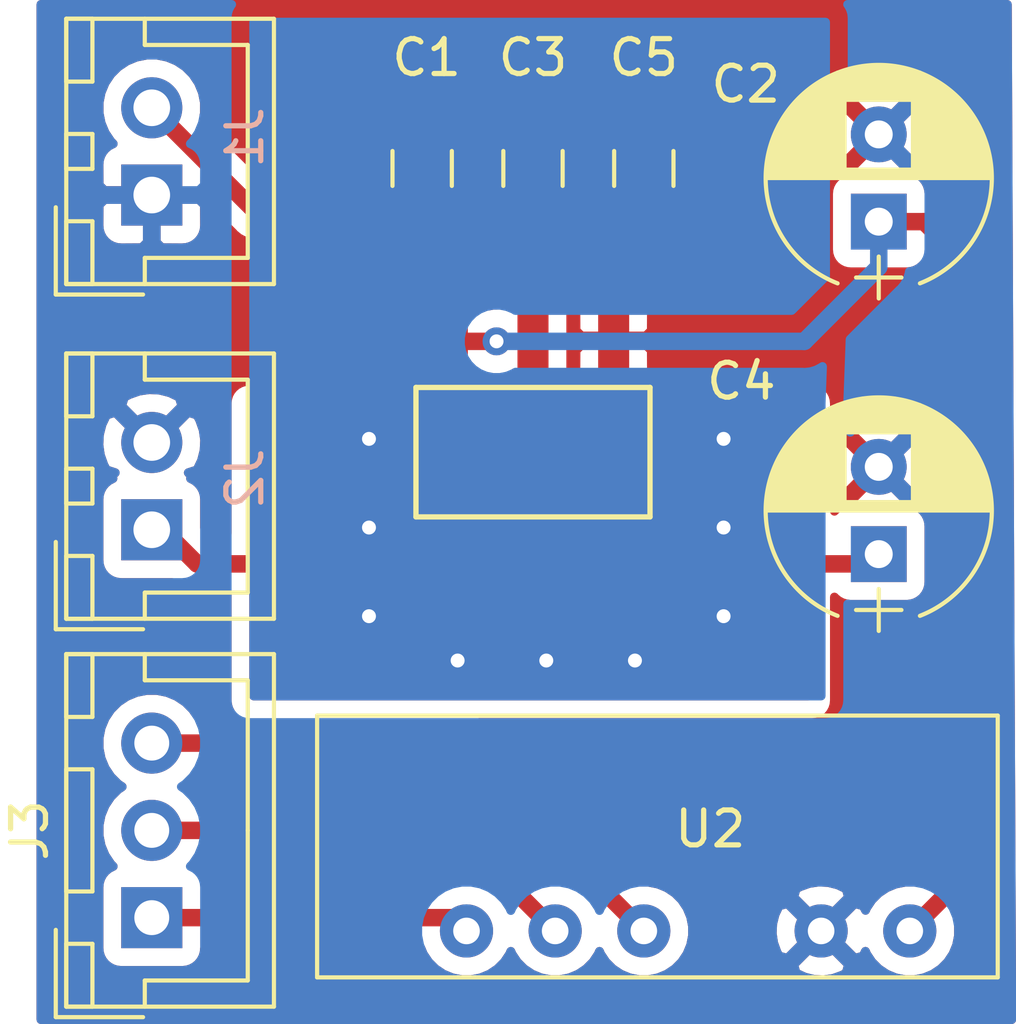
<source format=kicad_pcb>
(kicad_pcb (version 20171130) (host pcbnew "(5.1.4)-1")

  (general
    (thickness 1.6)
    (drawings 0)
    (tracks 40)
    (zones 0)
    (modules 10)
    (nets 7)
  )

  (page A4)
  (layers
    (0 F.Cu signal)
    (31 B.Cu signal)
    (32 B.Adhes user)
    (33 F.Adhes user)
    (34 B.Paste user)
    (35 F.Paste user)
    (36 B.SilkS user)
    (37 F.SilkS user)
    (38 B.Mask user)
    (39 F.Mask user)
    (40 Dwgs.User user)
    (41 Cmts.User user)
    (42 Eco1.User user)
    (43 Eco2.User user)
    (44 Edge.Cuts user)
    (45 Margin user)
    (46 B.CrtYd user)
    (47 F.CrtYd user)
    (48 B.Fab user)
    (49 F.Fab user hide)
  )

  (setup
    (last_trace_width 0.5)
    (trace_clearance 0.2)
    (zone_clearance 0.508)
    (zone_45_only yes)
    (trace_min 0.2)
    (via_size 0.8)
    (via_drill 0.4)
    (via_min_size 0.4)
    (via_min_drill 0.3)
    (uvia_size 0.3)
    (uvia_drill 0.1)
    (uvias_allowed no)
    (uvia_min_size 0.2)
    (uvia_min_drill 0.1)
    (edge_width 0.05)
    (segment_width 0.2)
    (pcb_text_width 0.3)
    (pcb_text_size 1.5 1.5)
    (mod_edge_width 0.12)
    (mod_text_size 1 1)
    (mod_text_width 0.15)
    (pad_size 1.75 1.75)
    (pad_drill 1.05)
    (pad_to_mask_clearance 0.051)
    (solder_mask_min_width 0.25)
    (aux_axis_origin 0 0)
    (grid_origin 133.35 56.515)
    (visible_elements 7FFFFFFF)
    (pcbplotparams
      (layerselection 0x010fc_ffffffff)
      (usegerberextensions false)
      (usegerberattributes false)
      (usegerberadvancedattributes false)
      (creategerberjobfile false)
      (excludeedgelayer true)
      (linewidth 0.100000)
      (plotframeref false)
      (viasonmask false)
      (mode 1)
      (useauxorigin false)
      (hpglpennumber 1)
      (hpglpenspeed 20)
      (hpglpendiameter 15.000000)
      (psnegative false)
      (psa4output false)
      (plotreference true)
      (plotvalue true)
      (plotinvisibletext false)
      (padsonsilk false)
      (subtractmaskfromsilk false)
      (outputformat 1)
      (mirror false)
      (drillshape 1)
      (scaleselection 1)
      (outputdirectory ""))
  )

  (net 0 "")
  (net 1 +5V)
  (net 2 GND)
  (net 3 +3V3)
  (net 4 +12V)
  (net 5 -12V)
  (net 6 "Net-(J3-Pad2)")

  (net_class Default "This is the default net class."
    (clearance 0.2)
    (trace_width 0.5)
    (via_dia 0.8)
    (via_drill 0.4)
    (uvia_dia 0.3)
    (uvia_drill 0.1)
    (add_net +12V)
    (add_net +3V3)
    (add_net +5V)
    (add_net -12V)
    (add_net GND)
    (add_net "Net-(J3-Pad2)")
  )

  (module INA1650IPWR:TMH0512D (layer F.Cu) (tedit 5FCB9DCE) (tstamp 5FC8E5F1)
    (at 129.794 81.407)
    (path /5FCA0743)
    (fp_text reference U2 (at -8.255 -2.921 180) (layer F.SilkS)
      (effects (font (size 1 1) (thickness 0.15)))
    )
    (fp_text value TMR_1-1222 (at -10.16 -3.81 180) (layer F.Fab)
      (effects (font (size 1 1) (thickness 0.15)))
    )
    (fp_line (start -19.52 1.33) (end -0.02 1.33) (layer F.SilkS) (width 0.12))
    (fp_line (start -19.52 -6.17) (end -19.52 1.33) (layer F.SilkS) (width 0.12))
    (fp_line (start -0.02 -6.17) (end -19.52 -6.17) (layer F.SilkS) (width 0.12))
    (fp_line (start -0.02 1.33) (end -0.02 -6.17) (layer F.SilkS) (width 0.12))
    (pad 4 thru_hole circle (at -15.24 0) (size 1.524 1.524) (drill 0.762) (layers *.Cu *.Mask)
      (net 4 +12V))
    (pad 5 thru_hole circle (at -12.7 0) (size 1.524 1.524) (drill 0.762) (layers *.Cu *.Mask)
      (net 6 "Net-(J3-Pad2)"))
    (pad 6 thru_hole circle (at -10.16 0) (size 1.524 1.524) (drill 0.762) (layers *.Cu *.Mask)
      (net 5 -12V))
    (pad 1 thru_hole circle (at -5.08 0) (size 1.524 1.524) (drill 0.762) (layers *.Cu *.Mask)
      (net 2 GND))
    (pad 2 thru_hole circle (at -2.54 0) (size 1.524 1.524) (drill 0.762) (layers *.Cu *.Mask)
      (net 1 +5V))
  )

  (module Connectors_JST:JST_XH_B03B-XH-A_03x2.50mm_Straight (layer F.Cu) (tedit 58EAE7F0) (tstamp 5FCA0A4F)
    (at 105.537 81.026 90)
    (descr "JST XH series connector, B03B-XH-A, top entry type, through hole")
    (tags "connector jst xh tht top vertical 2.50mm")
    (path /5FC950AC)
    (fp_text reference J3 (at 2.5 -3.5 90) (layer F.SilkS)
      (effects (font (size 1 1) (thickness 0.15)))
    )
    (fp_text value "Dual output" (at 2.5 4.5 90) (layer F.Fab)
      (effects (font (size 1 1) (thickness 0.15)))
    )
    (fp_line (start -2.45 -2.35) (end -2.45 3.4) (layer F.Fab) (width 0.1))
    (fp_line (start -2.45 3.4) (end 7.45 3.4) (layer F.Fab) (width 0.1))
    (fp_line (start 7.45 3.4) (end 7.45 -2.35) (layer F.Fab) (width 0.1))
    (fp_line (start 7.45 -2.35) (end -2.45 -2.35) (layer F.Fab) (width 0.1))
    (fp_line (start -2.95 -2.85) (end -2.95 3.9) (layer F.CrtYd) (width 0.05))
    (fp_line (start -2.95 3.9) (end 7.95 3.9) (layer F.CrtYd) (width 0.05))
    (fp_line (start 7.95 3.9) (end 7.95 -2.85) (layer F.CrtYd) (width 0.05))
    (fp_line (start 7.95 -2.85) (end -2.95 -2.85) (layer F.CrtYd) (width 0.05))
    (fp_line (start -2.55 -2.45) (end -2.55 3.5) (layer F.SilkS) (width 0.12))
    (fp_line (start -2.55 3.5) (end 7.55 3.5) (layer F.SilkS) (width 0.12))
    (fp_line (start 7.55 3.5) (end 7.55 -2.45) (layer F.SilkS) (width 0.12))
    (fp_line (start 7.55 -2.45) (end -2.55 -2.45) (layer F.SilkS) (width 0.12))
    (fp_line (start 0.75 -2.45) (end 0.75 -1.7) (layer F.SilkS) (width 0.12))
    (fp_line (start 0.75 -1.7) (end 4.25 -1.7) (layer F.SilkS) (width 0.12))
    (fp_line (start 4.25 -1.7) (end 4.25 -2.45) (layer F.SilkS) (width 0.12))
    (fp_line (start 4.25 -2.45) (end 0.75 -2.45) (layer F.SilkS) (width 0.12))
    (fp_line (start -2.55 -2.45) (end -2.55 -1.7) (layer F.SilkS) (width 0.12))
    (fp_line (start -2.55 -1.7) (end -0.75 -1.7) (layer F.SilkS) (width 0.12))
    (fp_line (start -0.75 -1.7) (end -0.75 -2.45) (layer F.SilkS) (width 0.12))
    (fp_line (start -0.75 -2.45) (end -2.55 -2.45) (layer F.SilkS) (width 0.12))
    (fp_line (start 5.75 -2.45) (end 5.75 -1.7) (layer F.SilkS) (width 0.12))
    (fp_line (start 5.75 -1.7) (end 7.55 -1.7) (layer F.SilkS) (width 0.12))
    (fp_line (start 7.55 -1.7) (end 7.55 -2.45) (layer F.SilkS) (width 0.12))
    (fp_line (start 7.55 -2.45) (end 5.75 -2.45) (layer F.SilkS) (width 0.12))
    (fp_line (start -2.55 -0.2) (end -1.8 -0.2) (layer F.SilkS) (width 0.12))
    (fp_line (start -1.8 -0.2) (end -1.8 2.75) (layer F.SilkS) (width 0.12))
    (fp_line (start -1.8 2.75) (end 2.5 2.75) (layer F.SilkS) (width 0.12))
    (fp_line (start 7.55 -0.2) (end 6.8 -0.2) (layer F.SilkS) (width 0.12))
    (fp_line (start 6.8 -0.2) (end 6.8 2.75) (layer F.SilkS) (width 0.12))
    (fp_line (start 6.8 2.75) (end 2.5 2.75) (layer F.SilkS) (width 0.12))
    (fp_line (start -0.35 -2.75) (end -2.85 -2.75) (layer F.SilkS) (width 0.12))
    (fp_line (start -2.85 -2.75) (end -2.85 -0.25) (layer F.SilkS) (width 0.12))
    (fp_line (start -0.35 -2.75) (end -2.85 -2.75) (layer F.Fab) (width 0.1))
    (fp_line (start -2.85 -2.75) (end -2.85 -0.25) (layer F.Fab) (width 0.1))
    (fp_text user %R (at 2.5 2.5 90) (layer F.Fab)
      (effects (font (size 1 1) (thickness 0.15)))
    )
    (pad 1 thru_hole rect (at 0 0 90) (size 1.75 1.75) (drill 1) (layers *.Cu *.Mask)
      (net 4 +12V))
    (pad 2 thru_hole circle (at 2.5 0 90) (size 1.75 1.75) (drill 1) (layers *.Cu *.Mask)
      (net 6 "Net-(J3-Pad2)"))
    (pad 3 thru_hole circle (at 5 0 90) (size 1.75 1.75) (drill 1) (layers *.Cu *.Mask)
      (net 5 -12V))
    (model Connectors_JST.3dshapes/JST_XH_B03B-XH-A_03x2.50mm_Straight.wrl
      (at (xyz 0 0 0))
      (scale (xyz 1 1 1))
      (rotate (xyz 0 0 0))
    )
  )

  (module Capacitors_THT:CP_Radial_D6.3mm_P2.50mm (layer F.Cu) (tedit 597BC7C2) (tstamp 5FC8A9BC)
    (at 126.365 61.087 90)
    (descr "CP, Radial series, Radial, pin pitch=2.50mm, , diameter=6.3mm, Electrolytic Capacitor")
    (tags "CP Radial series Radial pin pitch 2.50mm  diameter 6.3mm Electrolytic Capacitor")
    (path /5FC8C66E)
    (fp_text reference C2 (at 3.937 -3.81 180) (layer F.SilkS)
      (effects (font (size 1 1) (thickness 0.15)))
    )
    (fp_text value 100uf (at 1.25 4.46 90) (layer F.Fab)
      (effects (font (size 1 1) (thickness 0.15)))
    )
    (fp_arc (start 1.25 0) (end -1.767482 -1.18) (angle 137.3) (layer F.SilkS) (width 0.12))
    (fp_arc (start 1.25 0) (end -1.767482 1.18) (angle -137.3) (layer F.SilkS) (width 0.12))
    (fp_arc (start 1.25 0) (end 4.267482 -1.18) (angle 42.7) (layer F.SilkS) (width 0.12))
    (fp_circle (center 1.25 0) (end 4.4 0) (layer F.Fab) (width 0.1))
    (fp_line (start -2.2 0) (end -1 0) (layer F.Fab) (width 0.1))
    (fp_line (start -1.6 -0.65) (end -1.6 0.65) (layer F.Fab) (width 0.1))
    (fp_line (start 1.25 -3.2) (end 1.25 3.2) (layer F.SilkS) (width 0.12))
    (fp_line (start 1.29 -3.2) (end 1.29 3.2) (layer F.SilkS) (width 0.12))
    (fp_line (start 1.33 -3.2) (end 1.33 3.2) (layer F.SilkS) (width 0.12))
    (fp_line (start 1.37 -3.198) (end 1.37 3.198) (layer F.SilkS) (width 0.12))
    (fp_line (start 1.41 -3.197) (end 1.41 3.197) (layer F.SilkS) (width 0.12))
    (fp_line (start 1.45 -3.194) (end 1.45 3.194) (layer F.SilkS) (width 0.12))
    (fp_line (start 1.49 -3.192) (end 1.49 3.192) (layer F.SilkS) (width 0.12))
    (fp_line (start 1.53 -3.188) (end 1.53 -0.98) (layer F.SilkS) (width 0.12))
    (fp_line (start 1.53 0.98) (end 1.53 3.188) (layer F.SilkS) (width 0.12))
    (fp_line (start 1.57 -3.185) (end 1.57 -0.98) (layer F.SilkS) (width 0.12))
    (fp_line (start 1.57 0.98) (end 1.57 3.185) (layer F.SilkS) (width 0.12))
    (fp_line (start 1.61 -3.18) (end 1.61 -0.98) (layer F.SilkS) (width 0.12))
    (fp_line (start 1.61 0.98) (end 1.61 3.18) (layer F.SilkS) (width 0.12))
    (fp_line (start 1.65 -3.176) (end 1.65 -0.98) (layer F.SilkS) (width 0.12))
    (fp_line (start 1.65 0.98) (end 1.65 3.176) (layer F.SilkS) (width 0.12))
    (fp_line (start 1.69 -3.17) (end 1.69 -0.98) (layer F.SilkS) (width 0.12))
    (fp_line (start 1.69 0.98) (end 1.69 3.17) (layer F.SilkS) (width 0.12))
    (fp_line (start 1.73 -3.165) (end 1.73 -0.98) (layer F.SilkS) (width 0.12))
    (fp_line (start 1.73 0.98) (end 1.73 3.165) (layer F.SilkS) (width 0.12))
    (fp_line (start 1.77 -3.158) (end 1.77 -0.98) (layer F.SilkS) (width 0.12))
    (fp_line (start 1.77 0.98) (end 1.77 3.158) (layer F.SilkS) (width 0.12))
    (fp_line (start 1.81 -3.152) (end 1.81 -0.98) (layer F.SilkS) (width 0.12))
    (fp_line (start 1.81 0.98) (end 1.81 3.152) (layer F.SilkS) (width 0.12))
    (fp_line (start 1.85 -3.144) (end 1.85 -0.98) (layer F.SilkS) (width 0.12))
    (fp_line (start 1.85 0.98) (end 1.85 3.144) (layer F.SilkS) (width 0.12))
    (fp_line (start 1.89 -3.137) (end 1.89 -0.98) (layer F.SilkS) (width 0.12))
    (fp_line (start 1.89 0.98) (end 1.89 3.137) (layer F.SilkS) (width 0.12))
    (fp_line (start 1.93 -3.128) (end 1.93 -0.98) (layer F.SilkS) (width 0.12))
    (fp_line (start 1.93 0.98) (end 1.93 3.128) (layer F.SilkS) (width 0.12))
    (fp_line (start 1.971 -3.119) (end 1.971 -0.98) (layer F.SilkS) (width 0.12))
    (fp_line (start 1.971 0.98) (end 1.971 3.119) (layer F.SilkS) (width 0.12))
    (fp_line (start 2.011 -3.11) (end 2.011 -0.98) (layer F.SilkS) (width 0.12))
    (fp_line (start 2.011 0.98) (end 2.011 3.11) (layer F.SilkS) (width 0.12))
    (fp_line (start 2.051 -3.1) (end 2.051 -0.98) (layer F.SilkS) (width 0.12))
    (fp_line (start 2.051 0.98) (end 2.051 3.1) (layer F.SilkS) (width 0.12))
    (fp_line (start 2.091 -3.09) (end 2.091 -0.98) (layer F.SilkS) (width 0.12))
    (fp_line (start 2.091 0.98) (end 2.091 3.09) (layer F.SilkS) (width 0.12))
    (fp_line (start 2.131 -3.079) (end 2.131 -0.98) (layer F.SilkS) (width 0.12))
    (fp_line (start 2.131 0.98) (end 2.131 3.079) (layer F.SilkS) (width 0.12))
    (fp_line (start 2.171 -3.067) (end 2.171 -0.98) (layer F.SilkS) (width 0.12))
    (fp_line (start 2.171 0.98) (end 2.171 3.067) (layer F.SilkS) (width 0.12))
    (fp_line (start 2.211 -3.055) (end 2.211 -0.98) (layer F.SilkS) (width 0.12))
    (fp_line (start 2.211 0.98) (end 2.211 3.055) (layer F.SilkS) (width 0.12))
    (fp_line (start 2.251 -3.042) (end 2.251 -0.98) (layer F.SilkS) (width 0.12))
    (fp_line (start 2.251 0.98) (end 2.251 3.042) (layer F.SilkS) (width 0.12))
    (fp_line (start 2.291 -3.029) (end 2.291 -0.98) (layer F.SilkS) (width 0.12))
    (fp_line (start 2.291 0.98) (end 2.291 3.029) (layer F.SilkS) (width 0.12))
    (fp_line (start 2.331 -3.015) (end 2.331 -0.98) (layer F.SilkS) (width 0.12))
    (fp_line (start 2.331 0.98) (end 2.331 3.015) (layer F.SilkS) (width 0.12))
    (fp_line (start 2.371 -3.001) (end 2.371 -0.98) (layer F.SilkS) (width 0.12))
    (fp_line (start 2.371 0.98) (end 2.371 3.001) (layer F.SilkS) (width 0.12))
    (fp_line (start 2.411 -2.986) (end 2.411 -0.98) (layer F.SilkS) (width 0.12))
    (fp_line (start 2.411 0.98) (end 2.411 2.986) (layer F.SilkS) (width 0.12))
    (fp_line (start 2.451 -2.97) (end 2.451 -0.98) (layer F.SilkS) (width 0.12))
    (fp_line (start 2.451 0.98) (end 2.451 2.97) (layer F.SilkS) (width 0.12))
    (fp_line (start 2.491 -2.954) (end 2.491 -0.98) (layer F.SilkS) (width 0.12))
    (fp_line (start 2.491 0.98) (end 2.491 2.954) (layer F.SilkS) (width 0.12))
    (fp_line (start 2.531 -2.937) (end 2.531 -0.98) (layer F.SilkS) (width 0.12))
    (fp_line (start 2.531 0.98) (end 2.531 2.937) (layer F.SilkS) (width 0.12))
    (fp_line (start 2.571 -2.919) (end 2.571 -0.98) (layer F.SilkS) (width 0.12))
    (fp_line (start 2.571 0.98) (end 2.571 2.919) (layer F.SilkS) (width 0.12))
    (fp_line (start 2.611 -2.901) (end 2.611 -0.98) (layer F.SilkS) (width 0.12))
    (fp_line (start 2.611 0.98) (end 2.611 2.901) (layer F.SilkS) (width 0.12))
    (fp_line (start 2.651 -2.882) (end 2.651 -0.98) (layer F.SilkS) (width 0.12))
    (fp_line (start 2.651 0.98) (end 2.651 2.882) (layer F.SilkS) (width 0.12))
    (fp_line (start 2.691 -2.863) (end 2.691 -0.98) (layer F.SilkS) (width 0.12))
    (fp_line (start 2.691 0.98) (end 2.691 2.863) (layer F.SilkS) (width 0.12))
    (fp_line (start 2.731 -2.843) (end 2.731 -0.98) (layer F.SilkS) (width 0.12))
    (fp_line (start 2.731 0.98) (end 2.731 2.843) (layer F.SilkS) (width 0.12))
    (fp_line (start 2.771 -2.822) (end 2.771 -0.98) (layer F.SilkS) (width 0.12))
    (fp_line (start 2.771 0.98) (end 2.771 2.822) (layer F.SilkS) (width 0.12))
    (fp_line (start 2.811 -2.8) (end 2.811 -0.98) (layer F.SilkS) (width 0.12))
    (fp_line (start 2.811 0.98) (end 2.811 2.8) (layer F.SilkS) (width 0.12))
    (fp_line (start 2.851 -2.778) (end 2.851 -0.98) (layer F.SilkS) (width 0.12))
    (fp_line (start 2.851 0.98) (end 2.851 2.778) (layer F.SilkS) (width 0.12))
    (fp_line (start 2.891 -2.755) (end 2.891 -0.98) (layer F.SilkS) (width 0.12))
    (fp_line (start 2.891 0.98) (end 2.891 2.755) (layer F.SilkS) (width 0.12))
    (fp_line (start 2.931 -2.731) (end 2.931 -0.98) (layer F.SilkS) (width 0.12))
    (fp_line (start 2.931 0.98) (end 2.931 2.731) (layer F.SilkS) (width 0.12))
    (fp_line (start 2.971 -2.706) (end 2.971 -0.98) (layer F.SilkS) (width 0.12))
    (fp_line (start 2.971 0.98) (end 2.971 2.706) (layer F.SilkS) (width 0.12))
    (fp_line (start 3.011 -2.681) (end 3.011 -0.98) (layer F.SilkS) (width 0.12))
    (fp_line (start 3.011 0.98) (end 3.011 2.681) (layer F.SilkS) (width 0.12))
    (fp_line (start 3.051 -2.654) (end 3.051 -0.98) (layer F.SilkS) (width 0.12))
    (fp_line (start 3.051 0.98) (end 3.051 2.654) (layer F.SilkS) (width 0.12))
    (fp_line (start 3.091 -2.627) (end 3.091 -0.98) (layer F.SilkS) (width 0.12))
    (fp_line (start 3.091 0.98) (end 3.091 2.627) (layer F.SilkS) (width 0.12))
    (fp_line (start 3.131 -2.599) (end 3.131 -0.98) (layer F.SilkS) (width 0.12))
    (fp_line (start 3.131 0.98) (end 3.131 2.599) (layer F.SilkS) (width 0.12))
    (fp_line (start 3.171 -2.57) (end 3.171 -0.98) (layer F.SilkS) (width 0.12))
    (fp_line (start 3.171 0.98) (end 3.171 2.57) (layer F.SilkS) (width 0.12))
    (fp_line (start 3.211 -2.54) (end 3.211 -0.98) (layer F.SilkS) (width 0.12))
    (fp_line (start 3.211 0.98) (end 3.211 2.54) (layer F.SilkS) (width 0.12))
    (fp_line (start 3.251 -2.51) (end 3.251 -0.98) (layer F.SilkS) (width 0.12))
    (fp_line (start 3.251 0.98) (end 3.251 2.51) (layer F.SilkS) (width 0.12))
    (fp_line (start 3.291 -2.478) (end 3.291 -0.98) (layer F.SilkS) (width 0.12))
    (fp_line (start 3.291 0.98) (end 3.291 2.478) (layer F.SilkS) (width 0.12))
    (fp_line (start 3.331 -2.445) (end 3.331 -0.98) (layer F.SilkS) (width 0.12))
    (fp_line (start 3.331 0.98) (end 3.331 2.445) (layer F.SilkS) (width 0.12))
    (fp_line (start 3.371 -2.411) (end 3.371 -0.98) (layer F.SilkS) (width 0.12))
    (fp_line (start 3.371 0.98) (end 3.371 2.411) (layer F.SilkS) (width 0.12))
    (fp_line (start 3.411 -2.375) (end 3.411 -0.98) (layer F.SilkS) (width 0.12))
    (fp_line (start 3.411 0.98) (end 3.411 2.375) (layer F.SilkS) (width 0.12))
    (fp_line (start 3.451 -2.339) (end 3.451 -0.98) (layer F.SilkS) (width 0.12))
    (fp_line (start 3.451 0.98) (end 3.451 2.339) (layer F.SilkS) (width 0.12))
    (fp_line (start 3.491 -2.301) (end 3.491 2.301) (layer F.SilkS) (width 0.12))
    (fp_line (start 3.531 -2.262) (end 3.531 2.262) (layer F.SilkS) (width 0.12))
    (fp_line (start 3.571 -2.222) (end 3.571 2.222) (layer F.SilkS) (width 0.12))
    (fp_line (start 3.611 -2.18) (end 3.611 2.18) (layer F.SilkS) (width 0.12))
    (fp_line (start 3.651 -2.137) (end 3.651 2.137) (layer F.SilkS) (width 0.12))
    (fp_line (start 3.691 -2.092) (end 3.691 2.092) (layer F.SilkS) (width 0.12))
    (fp_line (start 3.731 -2.045) (end 3.731 2.045) (layer F.SilkS) (width 0.12))
    (fp_line (start 3.771 -1.997) (end 3.771 1.997) (layer F.SilkS) (width 0.12))
    (fp_line (start 3.811 -1.946) (end 3.811 1.946) (layer F.SilkS) (width 0.12))
    (fp_line (start 3.851 -1.894) (end 3.851 1.894) (layer F.SilkS) (width 0.12))
    (fp_line (start 3.891 -1.839) (end 3.891 1.839) (layer F.SilkS) (width 0.12))
    (fp_line (start 3.931 -1.781) (end 3.931 1.781) (layer F.SilkS) (width 0.12))
    (fp_line (start 3.971 -1.721) (end 3.971 1.721) (layer F.SilkS) (width 0.12))
    (fp_line (start 4.011 -1.658) (end 4.011 1.658) (layer F.SilkS) (width 0.12))
    (fp_line (start 4.051 -1.591) (end 4.051 1.591) (layer F.SilkS) (width 0.12))
    (fp_line (start 4.091 -1.52) (end 4.091 1.52) (layer F.SilkS) (width 0.12))
    (fp_line (start 4.131 -1.445) (end 4.131 1.445) (layer F.SilkS) (width 0.12))
    (fp_line (start 4.171 -1.364) (end 4.171 1.364) (layer F.SilkS) (width 0.12))
    (fp_line (start 4.211 -1.278) (end 4.211 1.278) (layer F.SilkS) (width 0.12))
    (fp_line (start 4.251 -1.184) (end 4.251 1.184) (layer F.SilkS) (width 0.12))
    (fp_line (start 4.291 -1.081) (end 4.291 1.081) (layer F.SilkS) (width 0.12))
    (fp_line (start 4.331 -0.966) (end 4.331 0.966) (layer F.SilkS) (width 0.12))
    (fp_line (start 4.371 -0.834) (end 4.371 0.834) (layer F.SilkS) (width 0.12))
    (fp_line (start 4.411 -0.676) (end 4.411 0.676) (layer F.SilkS) (width 0.12))
    (fp_line (start 4.451 -0.468) (end 4.451 0.468) (layer F.SilkS) (width 0.12))
    (fp_line (start -2.2 0) (end -1 0) (layer F.SilkS) (width 0.12))
    (fp_line (start -1.6 -0.65) (end -1.6 0.65) (layer F.SilkS) (width 0.12))
    (fp_line (start -2.25 -3.5) (end -2.25 3.5) (layer F.CrtYd) (width 0.05))
    (fp_line (start -2.25 3.5) (end 4.75 3.5) (layer F.CrtYd) (width 0.05))
    (fp_line (start 4.75 3.5) (end 4.75 -3.5) (layer F.CrtYd) (width 0.05))
    (fp_line (start 4.75 -3.5) (end -2.25 -3.5) (layer F.CrtYd) (width 0.05))
    (fp_text user %R (at 1.25 0 90) (layer F.Fab)
      (effects (font (size 1 1) (thickness 0.15)))
    )
    (pad 1 thru_hole rect (at 0 0 90) (size 1.6 1.6) (drill 0.8) (layers *.Cu *.Mask)
      (net 1 +5V))
    (pad 2 thru_hole circle (at 2.5 0 90) (size 1.6 1.6) (drill 0.8) (layers *.Cu *.Mask)
      (net 2 GND))
    (model ${KISYS3DMOD}/Capacitors_THT.3dshapes/CP_Radial_D6.3mm_P2.50mm.wrl
      (at (xyz 0 0 0))
      (scale (xyz 1 1 1))
      (rotate (xyz 0 0 0))
    )
  )

  (module Connectors_JST:JST_XH_B02B-XH-A_02x2.50mm_Straight (layer F.Cu) (tedit 58EAE7F0) (tstamp 5FC8E57E)
    (at 105.537 69.9135 90)
    (descr "JST XH series connector, B02B-XH-A, top entry type, through hole")
    (tags "connector jst xh tht top vertical 2.50mm")
    (path /5FCA7701)
    (fp_text reference J2 (at 1.4605 2.667 90) (layer B.SilkS)
      (effects (font (size 1 1) (thickness 0.15)) (justify mirror))
    )
    (fp_text value "3.3v output" (at 1.25 4.5 90) (layer F.Fab)
      (effects (font (size 1 1) (thickness 0.15)))
    )
    (fp_line (start -2.45 -2.35) (end -2.45 3.4) (layer F.Fab) (width 0.1))
    (fp_line (start -2.45 3.4) (end 4.95 3.4) (layer F.Fab) (width 0.1))
    (fp_line (start 4.95 3.4) (end 4.95 -2.35) (layer F.Fab) (width 0.1))
    (fp_line (start 4.95 -2.35) (end -2.45 -2.35) (layer F.Fab) (width 0.1))
    (fp_line (start -2.95 -2.85) (end -2.95 3.9) (layer F.CrtYd) (width 0.05))
    (fp_line (start -2.95 3.9) (end 5.45 3.9) (layer F.CrtYd) (width 0.05))
    (fp_line (start 5.45 3.9) (end 5.45 -2.85) (layer F.CrtYd) (width 0.05))
    (fp_line (start 5.45 -2.85) (end -2.95 -2.85) (layer F.CrtYd) (width 0.05))
    (fp_line (start -2.55 -2.45) (end -2.55 3.5) (layer F.SilkS) (width 0.12))
    (fp_line (start -2.55 3.5) (end 5.05 3.5) (layer F.SilkS) (width 0.12))
    (fp_line (start 5.05 3.5) (end 5.05 -2.45) (layer F.SilkS) (width 0.12))
    (fp_line (start 5.05 -2.45) (end -2.55 -2.45) (layer F.SilkS) (width 0.12))
    (fp_line (start 0.75 -2.45) (end 0.75 -1.7) (layer F.SilkS) (width 0.12))
    (fp_line (start 0.75 -1.7) (end 1.75 -1.7) (layer F.SilkS) (width 0.12))
    (fp_line (start 1.75 -1.7) (end 1.75 -2.45) (layer F.SilkS) (width 0.12))
    (fp_line (start 1.75 -2.45) (end 0.75 -2.45) (layer F.SilkS) (width 0.12))
    (fp_line (start -2.55 -2.45) (end -2.55 -1.7) (layer F.SilkS) (width 0.12))
    (fp_line (start -2.55 -1.7) (end -0.75 -1.7) (layer F.SilkS) (width 0.12))
    (fp_line (start -0.75 -1.7) (end -0.75 -2.45) (layer F.SilkS) (width 0.12))
    (fp_line (start -0.75 -2.45) (end -2.55 -2.45) (layer F.SilkS) (width 0.12))
    (fp_line (start 3.25 -2.45) (end 3.25 -1.7) (layer F.SilkS) (width 0.12))
    (fp_line (start 3.25 -1.7) (end 5.05 -1.7) (layer F.SilkS) (width 0.12))
    (fp_line (start 5.05 -1.7) (end 5.05 -2.45) (layer F.SilkS) (width 0.12))
    (fp_line (start 5.05 -2.45) (end 3.25 -2.45) (layer F.SilkS) (width 0.12))
    (fp_line (start -2.55 -0.2) (end -1.8 -0.2) (layer F.SilkS) (width 0.12))
    (fp_line (start -1.8 -0.2) (end -1.8 2.75) (layer F.SilkS) (width 0.12))
    (fp_line (start -1.8 2.75) (end 1.25 2.75) (layer F.SilkS) (width 0.12))
    (fp_line (start 5.05 -0.2) (end 4.3 -0.2) (layer F.SilkS) (width 0.12))
    (fp_line (start 4.3 -0.2) (end 4.3 2.75) (layer F.SilkS) (width 0.12))
    (fp_line (start 4.3 2.75) (end 1.25 2.75) (layer F.SilkS) (width 0.12))
    (fp_line (start -0.35 -2.75) (end -2.85 -2.75) (layer F.SilkS) (width 0.12))
    (fp_line (start -2.85 -2.75) (end -2.85 -0.25) (layer F.SilkS) (width 0.12))
    (fp_line (start -0.35 -2.75) (end -2.85 -2.75) (layer F.Fab) (width 0.1))
    (fp_line (start -2.85 -2.75) (end -2.85 -0.25) (layer F.Fab) (width 0.1))
    (fp_text user %R (at 1.25 2.5 90) (layer F.Fab)
      (effects (font (size 1 1) (thickness 0.15)))
    )
    (pad 1 thru_hole rect (at 0 0 90) (size 1.75 1.75) (drill 1.05) (layers *.Cu *.Mask)
      (net 3 +3V3))
    (pad 2 thru_hole circle (at 2.5 0 90) (size 1.75 1.75) (drill 1.05) (layers *.Cu *.Mask)
      (net 2 GND))
    (model Connectors_JST.3dshapes/JST_XH_B02B-XH-A_02x2.50mm_Straight.wrl
      (at (xyz 0 0 0))
      (scale (xyz 1 1 1))
      (rotate (xyz 0 0 0))
    )
  )

  (module Connectors_JST:JST_XH_B02B-XH-A_02x2.50mm_Straight (layer F.Cu) (tedit 58EAE7F0) (tstamp 5FC8C1CE)
    (at 105.537 60.325 90)
    (descr "JST XH series connector, B02B-XH-A, top entry type, through hole")
    (tags "connector jst xh tht top vertical 2.50mm")
    (path /5FC91B7A)
    (fp_text reference J1 (at 1.651 2.667 90) (layer B.SilkS)
      (effects (font (size 1 1) (thickness 0.15)) (justify mirror))
    )
    (fp_text value "5v input" (at 1.25 4.5 90) (layer F.Fab)
      (effects (font (size 1 1) (thickness 0.15)))
    )
    (fp_line (start -2.45 -2.35) (end -2.45 3.4) (layer F.Fab) (width 0.1))
    (fp_line (start -2.45 3.4) (end 4.95 3.4) (layer F.Fab) (width 0.1))
    (fp_line (start 4.95 3.4) (end 4.95 -2.35) (layer F.Fab) (width 0.1))
    (fp_line (start 4.95 -2.35) (end -2.45 -2.35) (layer F.Fab) (width 0.1))
    (fp_line (start -2.95 -2.85) (end -2.95 3.9) (layer F.CrtYd) (width 0.05))
    (fp_line (start -2.95 3.9) (end 5.45 3.9) (layer F.CrtYd) (width 0.05))
    (fp_line (start 5.45 3.9) (end 5.45 -2.85) (layer F.CrtYd) (width 0.05))
    (fp_line (start 5.45 -2.85) (end -2.95 -2.85) (layer F.CrtYd) (width 0.05))
    (fp_line (start -2.55 -2.45) (end -2.55 3.5) (layer F.SilkS) (width 0.12))
    (fp_line (start -2.55 3.5) (end 5.05 3.5) (layer F.SilkS) (width 0.12))
    (fp_line (start 5.05 3.5) (end 5.05 -2.45) (layer F.SilkS) (width 0.12))
    (fp_line (start 5.05 -2.45) (end -2.55 -2.45) (layer F.SilkS) (width 0.12))
    (fp_line (start 0.75 -2.45) (end 0.75 -1.7) (layer F.SilkS) (width 0.12))
    (fp_line (start 0.75 -1.7) (end 1.75 -1.7) (layer F.SilkS) (width 0.12))
    (fp_line (start 1.75 -1.7) (end 1.75 -2.45) (layer F.SilkS) (width 0.12))
    (fp_line (start 1.75 -2.45) (end 0.75 -2.45) (layer F.SilkS) (width 0.12))
    (fp_line (start -2.55 -2.45) (end -2.55 -1.7) (layer F.SilkS) (width 0.12))
    (fp_line (start -2.55 -1.7) (end -0.75 -1.7) (layer F.SilkS) (width 0.12))
    (fp_line (start -0.75 -1.7) (end -0.75 -2.45) (layer F.SilkS) (width 0.12))
    (fp_line (start -0.75 -2.45) (end -2.55 -2.45) (layer F.SilkS) (width 0.12))
    (fp_line (start 3.25 -2.45) (end 3.25 -1.7) (layer F.SilkS) (width 0.12))
    (fp_line (start 3.25 -1.7) (end 5.05 -1.7) (layer F.SilkS) (width 0.12))
    (fp_line (start 5.05 -1.7) (end 5.05 -2.45) (layer F.SilkS) (width 0.12))
    (fp_line (start 5.05 -2.45) (end 3.25 -2.45) (layer F.SilkS) (width 0.12))
    (fp_line (start -2.55 -0.2) (end -1.8 -0.2) (layer F.SilkS) (width 0.12))
    (fp_line (start -1.8 -0.2) (end -1.8 2.75) (layer F.SilkS) (width 0.12))
    (fp_line (start -1.8 2.75) (end 1.25 2.75) (layer F.SilkS) (width 0.12))
    (fp_line (start 5.05 -0.2) (end 4.3 -0.2) (layer F.SilkS) (width 0.12))
    (fp_line (start 4.3 -0.2) (end 4.3 2.75) (layer F.SilkS) (width 0.12))
    (fp_line (start 4.3 2.75) (end 1.25 2.75) (layer F.SilkS) (width 0.12))
    (fp_line (start -0.35 -2.75) (end -2.85 -2.75) (layer F.SilkS) (width 0.12))
    (fp_line (start -2.85 -2.75) (end -2.85 -0.25) (layer F.SilkS) (width 0.12))
    (fp_line (start -0.35 -2.75) (end -2.85 -2.75) (layer F.Fab) (width 0.1))
    (fp_line (start -2.85 -2.75) (end -2.85 -0.25) (layer F.Fab) (width 0.1))
    (fp_text user %R (at 1.25 2.5 90) (layer F.Fab)
      (effects (font (size 1 1) (thickness 0.15)))
    )
    (pad 1 thru_hole rect (at 0 0 90) (size 1.75 1.75) (drill 1.05) (layers *.Cu *.Mask)
      (net 2 GND))
    (pad 2 thru_hole circle (at 2.5 0 90) (size 1.75 1.75) (drill 1.05) (layers *.Cu *.Mask)
      (net 1 +5V))
    (model Connectors_JST.3dshapes/JST_XH_B02B-XH-A_02x2.50mm_Straight.wrl
      (at (xyz 0 0 0))
      (scale (xyz 1 1 1))
      (rotate (xyz 0 0 0))
    )
  )

  (module Downloads:SOT230P700X180-4N (layer F.Cu) (tedit 5FC8A09C) (tstamp 5FC8A9EB)
    (at 116.459 67.691 270)
    (path /5FC8AAF4)
    (fp_text reference U1 (at 0.407665 -4.611675 90) (layer F.SilkS) hide
      (effects (font (size 1.645094 1.645094) (thickness 0.015)))
    )
    (fp_text value ADP3338AKCZ-3.3 (at 12.01076 4.83487 90) (layer F.Fab)
      (effects (font (size 1.643008 1.643008) (thickness 0.015)))
    )
    (fp_line (start -1.8542 -3.3528) (end -1.8542 3.3528) (layer F.SilkS) (width 0.1524))
    (fp_line (start 1.8542 -3.3528) (end -1.8542 -3.3528) (layer F.SilkS) (width 0.1524))
    (fp_line (start 1.8542 3.3528) (end 1.8542 -3.3528) (layer F.SilkS) (width 0.1524))
    (fp_line (start -1.8542 3.3528) (end 1.8542 3.3528) (layer F.SilkS) (width 0.1524))
    (fp_line (start -1.8542 -3.3528) (end -1.8542 3.3528) (layer F.Fab) (width 0.1524))
    (fp_line (start 1.8542 -3.3528) (end -1.8542 -3.3528) (layer F.Fab) (width 0.1524))
    (fp_line (start 1.8542 3.3528) (end 1.8542 -3.3528) (layer F.Fab) (width 0.1524))
    (fp_line (start -1.8542 3.3528) (end 1.8542 3.3528) (layer F.Fab) (width 0.1524))
    (fp_line (start 3.6576 -1.6002) (end 1.8542 -1.5748) (layer F.Fab) (width 0.1524))
    (fp_line (start 3.6576 1.5748) (end 3.6576 -1.6002) (layer F.Fab) (width 0.1524))
    (fp_line (start 1.8542 1.5748) (end 3.6576 1.5748) (layer F.Fab) (width 0.1524))
    (fp_line (start 1.8542 -1.5748) (end 1.8542 1.5748) (layer F.Fab) (width 0.1524))
    (fp_line (start -3.6576 2.7432) (end -1.8542 2.7432) (layer F.Fab) (width 0.1524))
    (fp_line (start -3.6576 1.8796) (end -3.6576 2.7432) (layer F.Fab) (width 0.1524))
    (fp_line (start -1.8542 1.8796) (end -3.6576 1.8796) (layer F.Fab) (width 0.1524))
    (fp_line (start -1.8542 2.7432) (end -1.8542 1.8796) (layer F.Fab) (width 0.1524))
    (fp_line (start -3.6576 0.4318) (end -1.8542 0.4318) (layer F.Fab) (width 0.1524))
    (fp_line (start -3.6576 -0.4318) (end -3.6576 0.4318) (layer F.Fab) (width 0.1524))
    (fp_line (start -1.8542 -0.4318) (end -3.6576 -0.4318) (layer F.Fab) (width 0.1524))
    (fp_line (start -1.8542 0.4318) (end -1.8542 -0.4318) (layer F.Fab) (width 0.1524))
    (fp_line (start -3.6576 -1.8796) (end -1.8542 -1.8796) (layer F.Fab) (width 0.1524))
    (fp_line (start -3.6576 -2.7432) (end -3.6576 -1.8796) (layer F.Fab) (width 0.1524))
    (fp_line (start -1.8542 -2.7432) (end -3.6576 -2.7432) (layer F.Fab) (width 0.1524))
    (fp_line (start -1.8542 -1.8796) (end -1.8542 -2.7432) (layer F.Fab) (width 0.1524))
    (pad 4 smd rect (at 3.2004 0 270) (size 1.6256 3.175) (layers F.Cu F.Paste F.Mask)
      (net 3 +3V3))
    (pad 3 smd rect (at -3.2004 2.3114 270) (size 1.6256 0.889) (layers F.Cu F.Paste F.Mask)
      (net 1 +5V))
    (pad 2 smd rect (at -3.2004 0 270) (size 1.6256 0.889) (layers F.Cu F.Paste F.Mask)
      (net 3 +3V3))
    (pad 1 smd rect (at -3.2004 -2.3114 270) (size 1.6256 0.889) (layers F.Cu F.Paste F.Mask)
      (net 2 GND))
  )

  (module Capacitors_SMD:C_0805_HandSoldering (layer F.Cu) (tedit 58AA84A8) (tstamp 5FC8A9C5)
    (at 119.634 59.563 90)
    (descr "Capacitor SMD 0805, hand soldering")
    (tags "capacitor 0805")
    (path /5FC8DD7E)
    (attr smd)
    (fp_text reference C5 (at 3.175 0 180) (layer F.SilkS)
      (effects (font (size 1 1) (thickness 0.15)))
    )
    (fp_text value 10uf (at 0 1.75 90) (layer F.Fab)
      (effects (font (size 1 1) (thickness 0.15)))
    )
    (fp_text user %R (at 0 -1.75 90) (layer F.Fab)
      (effects (font (size 1 1) (thickness 0.15)))
    )
    (fp_line (start -1 0.62) (end -1 -0.62) (layer F.Fab) (width 0.1))
    (fp_line (start 1 0.62) (end -1 0.62) (layer F.Fab) (width 0.1))
    (fp_line (start 1 -0.62) (end 1 0.62) (layer F.Fab) (width 0.1))
    (fp_line (start -1 -0.62) (end 1 -0.62) (layer F.Fab) (width 0.1))
    (fp_line (start 0.5 -0.85) (end -0.5 -0.85) (layer F.SilkS) (width 0.12))
    (fp_line (start -0.5 0.85) (end 0.5 0.85) (layer F.SilkS) (width 0.12))
    (fp_line (start -2.25 -0.88) (end 2.25 -0.88) (layer F.CrtYd) (width 0.05))
    (fp_line (start -2.25 -0.88) (end -2.25 0.87) (layer F.CrtYd) (width 0.05))
    (fp_line (start 2.25 0.87) (end 2.25 -0.88) (layer F.CrtYd) (width 0.05))
    (fp_line (start 2.25 0.87) (end -2.25 0.87) (layer F.CrtYd) (width 0.05))
    (pad 1 smd rect (at -1.25 0 90) (size 1.5 1.25) (layers F.Cu F.Paste F.Mask)
      (net 3 +3V3))
    (pad 2 smd rect (at 1.25 0 90) (size 1.5 1.25) (layers F.Cu F.Paste F.Mask)
      (net 2 GND))
    (model Capacitors_SMD.3dshapes/C_0805.wrl
      (at (xyz 0 0 0))
      (scale (xyz 1 1 1))
      (rotate (xyz 0 0 0))
    )
  )

  (module Capacitors_THT:CP_Radial_D6.3mm_P2.50mm (layer F.Cu) (tedit 597BC7C2) (tstamp 5FC8A9C2)
    (at 126.365 70.612 90)
    (descr "CP, Radial series, Radial, pin pitch=2.50mm, , diameter=6.3mm, Electrolytic Capacitor")
    (tags "CP Radial series Radial pin pitch 2.50mm  diameter 6.3mm Electrolytic Capacitor")
    (path /5FC8ECCB)
    (fp_text reference C4 (at 4.953 -3.937 180) (layer F.SilkS)
      (effects (font (size 1 1) (thickness 0.15)))
    )
    (fp_text value 100uf (at 1.25 4.46 90) (layer F.Fab)
      (effects (font (size 1 1) (thickness 0.15)))
    )
    (fp_arc (start 1.25 0) (end -1.767482 -1.18) (angle 137.3) (layer F.SilkS) (width 0.12))
    (fp_arc (start 1.25 0) (end -1.767482 1.18) (angle -137.3) (layer F.SilkS) (width 0.12))
    (fp_arc (start 1.25 0) (end 4.267482 -1.18) (angle 42.7) (layer F.SilkS) (width 0.12))
    (fp_circle (center 1.25 0) (end 4.4 0) (layer F.Fab) (width 0.1))
    (fp_line (start -2.2 0) (end -1 0) (layer F.Fab) (width 0.1))
    (fp_line (start -1.6 -0.65) (end -1.6 0.65) (layer F.Fab) (width 0.1))
    (fp_line (start 1.25 -3.2) (end 1.25 3.2) (layer F.SilkS) (width 0.12))
    (fp_line (start 1.29 -3.2) (end 1.29 3.2) (layer F.SilkS) (width 0.12))
    (fp_line (start 1.33 -3.2) (end 1.33 3.2) (layer F.SilkS) (width 0.12))
    (fp_line (start 1.37 -3.198) (end 1.37 3.198) (layer F.SilkS) (width 0.12))
    (fp_line (start 1.41 -3.197) (end 1.41 3.197) (layer F.SilkS) (width 0.12))
    (fp_line (start 1.45 -3.194) (end 1.45 3.194) (layer F.SilkS) (width 0.12))
    (fp_line (start 1.49 -3.192) (end 1.49 3.192) (layer F.SilkS) (width 0.12))
    (fp_line (start 1.53 -3.188) (end 1.53 -0.98) (layer F.SilkS) (width 0.12))
    (fp_line (start 1.53 0.98) (end 1.53 3.188) (layer F.SilkS) (width 0.12))
    (fp_line (start 1.57 -3.185) (end 1.57 -0.98) (layer F.SilkS) (width 0.12))
    (fp_line (start 1.57 0.98) (end 1.57 3.185) (layer F.SilkS) (width 0.12))
    (fp_line (start 1.61 -3.18) (end 1.61 -0.98) (layer F.SilkS) (width 0.12))
    (fp_line (start 1.61 0.98) (end 1.61 3.18) (layer F.SilkS) (width 0.12))
    (fp_line (start 1.65 -3.176) (end 1.65 -0.98) (layer F.SilkS) (width 0.12))
    (fp_line (start 1.65 0.98) (end 1.65 3.176) (layer F.SilkS) (width 0.12))
    (fp_line (start 1.69 -3.17) (end 1.69 -0.98) (layer F.SilkS) (width 0.12))
    (fp_line (start 1.69 0.98) (end 1.69 3.17) (layer F.SilkS) (width 0.12))
    (fp_line (start 1.73 -3.165) (end 1.73 -0.98) (layer F.SilkS) (width 0.12))
    (fp_line (start 1.73 0.98) (end 1.73 3.165) (layer F.SilkS) (width 0.12))
    (fp_line (start 1.77 -3.158) (end 1.77 -0.98) (layer F.SilkS) (width 0.12))
    (fp_line (start 1.77 0.98) (end 1.77 3.158) (layer F.SilkS) (width 0.12))
    (fp_line (start 1.81 -3.152) (end 1.81 -0.98) (layer F.SilkS) (width 0.12))
    (fp_line (start 1.81 0.98) (end 1.81 3.152) (layer F.SilkS) (width 0.12))
    (fp_line (start 1.85 -3.144) (end 1.85 -0.98) (layer F.SilkS) (width 0.12))
    (fp_line (start 1.85 0.98) (end 1.85 3.144) (layer F.SilkS) (width 0.12))
    (fp_line (start 1.89 -3.137) (end 1.89 -0.98) (layer F.SilkS) (width 0.12))
    (fp_line (start 1.89 0.98) (end 1.89 3.137) (layer F.SilkS) (width 0.12))
    (fp_line (start 1.93 -3.128) (end 1.93 -0.98) (layer F.SilkS) (width 0.12))
    (fp_line (start 1.93 0.98) (end 1.93 3.128) (layer F.SilkS) (width 0.12))
    (fp_line (start 1.971 -3.119) (end 1.971 -0.98) (layer F.SilkS) (width 0.12))
    (fp_line (start 1.971 0.98) (end 1.971 3.119) (layer F.SilkS) (width 0.12))
    (fp_line (start 2.011 -3.11) (end 2.011 -0.98) (layer F.SilkS) (width 0.12))
    (fp_line (start 2.011 0.98) (end 2.011 3.11) (layer F.SilkS) (width 0.12))
    (fp_line (start 2.051 -3.1) (end 2.051 -0.98) (layer F.SilkS) (width 0.12))
    (fp_line (start 2.051 0.98) (end 2.051 3.1) (layer F.SilkS) (width 0.12))
    (fp_line (start 2.091 -3.09) (end 2.091 -0.98) (layer F.SilkS) (width 0.12))
    (fp_line (start 2.091 0.98) (end 2.091 3.09) (layer F.SilkS) (width 0.12))
    (fp_line (start 2.131 -3.079) (end 2.131 -0.98) (layer F.SilkS) (width 0.12))
    (fp_line (start 2.131 0.98) (end 2.131 3.079) (layer F.SilkS) (width 0.12))
    (fp_line (start 2.171 -3.067) (end 2.171 -0.98) (layer F.SilkS) (width 0.12))
    (fp_line (start 2.171 0.98) (end 2.171 3.067) (layer F.SilkS) (width 0.12))
    (fp_line (start 2.211 -3.055) (end 2.211 -0.98) (layer F.SilkS) (width 0.12))
    (fp_line (start 2.211 0.98) (end 2.211 3.055) (layer F.SilkS) (width 0.12))
    (fp_line (start 2.251 -3.042) (end 2.251 -0.98) (layer F.SilkS) (width 0.12))
    (fp_line (start 2.251 0.98) (end 2.251 3.042) (layer F.SilkS) (width 0.12))
    (fp_line (start 2.291 -3.029) (end 2.291 -0.98) (layer F.SilkS) (width 0.12))
    (fp_line (start 2.291 0.98) (end 2.291 3.029) (layer F.SilkS) (width 0.12))
    (fp_line (start 2.331 -3.015) (end 2.331 -0.98) (layer F.SilkS) (width 0.12))
    (fp_line (start 2.331 0.98) (end 2.331 3.015) (layer F.SilkS) (width 0.12))
    (fp_line (start 2.371 -3.001) (end 2.371 -0.98) (layer F.SilkS) (width 0.12))
    (fp_line (start 2.371 0.98) (end 2.371 3.001) (layer F.SilkS) (width 0.12))
    (fp_line (start 2.411 -2.986) (end 2.411 -0.98) (layer F.SilkS) (width 0.12))
    (fp_line (start 2.411 0.98) (end 2.411 2.986) (layer F.SilkS) (width 0.12))
    (fp_line (start 2.451 -2.97) (end 2.451 -0.98) (layer F.SilkS) (width 0.12))
    (fp_line (start 2.451 0.98) (end 2.451 2.97) (layer F.SilkS) (width 0.12))
    (fp_line (start 2.491 -2.954) (end 2.491 -0.98) (layer F.SilkS) (width 0.12))
    (fp_line (start 2.491 0.98) (end 2.491 2.954) (layer F.SilkS) (width 0.12))
    (fp_line (start 2.531 -2.937) (end 2.531 -0.98) (layer F.SilkS) (width 0.12))
    (fp_line (start 2.531 0.98) (end 2.531 2.937) (layer F.SilkS) (width 0.12))
    (fp_line (start 2.571 -2.919) (end 2.571 -0.98) (layer F.SilkS) (width 0.12))
    (fp_line (start 2.571 0.98) (end 2.571 2.919) (layer F.SilkS) (width 0.12))
    (fp_line (start 2.611 -2.901) (end 2.611 -0.98) (layer F.SilkS) (width 0.12))
    (fp_line (start 2.611 0.98) (end 2.611 2.901) (layer F.SilkS) (width 0.12))
    (fp_line (start 2.651 -2.882) (end 2.651 -0.98) (layer F.SilkS) (width 0.12))
    (fp_line (start 2.651 0.98) (end 2.651 2.882) (layer F.SilkS) (width 0.12))
    (fp_line (start 2.691 -2.863) (end 2.691 -0.98) (layer F.SilkS) (width 0.12))
    (fp_line (start 2.691 0.98) (end 2.691 2.863) (layer F.SilkS) (width 0.12))
    (fp_line (start 2.731 -2.843) (end 2.731 -0.98) (layer F.SilkS) (width 0.12))
    (fp_line (start 2.731 0.98) (end 2.731 2.843) (layer F.SilkS) (width 0.12))
    (fp_line (start 2.771 -2.822) (end 2.771 -0.98) (layer F.SilkS) (width 0.12))
    (fp_line (start 2.771 0.98) (end 2.771 2.822) (layer F.SilkS) (width 0.12))
    (fp_line (start 2.811 -2.8) (end 2.811 -0.98) (layer F.SilkS) (width 0.12))
    (fp_line (start 2.811 0.98) (end 2.811 2.8) (layer F.SilkS) (width 0.12))
    (fp_line (start 2.851 -2.778) (end 2.851 -0.98) (layer F.SilkS) (width 0.12))
    (fp_line (start 2.851 0.98) (end 2.851 2.778) (layer F.SilkS) (width 0.12))
    (fp_line (start 2.891 -2.755) (end 2.891 -0.98) (layer F.SilkS) (width 0.12))
    (fp_line (start 2.891 0.98) (end 2.891 2.755) (layer F.SilkS) (width 0.12))
    (fp_line (start 2.931 -2.731) (end 2.931 -0.98) (layer F.SilkS) (width 0.12))
    (fp_line (start 2.931 0.98) (end 2.931 2.731) (layer F.SilkS) (width 0.12))
    (fp_line (start 2.971 -2.706) (end 2.971 -0.98) (layer F.SilkS) (width 0.12))
    (fp_line (start 2.971 0.98) (end 2.971 2.706) (layer F.SilkS) (width 0.12))
    (fp_line (start 3.011 -2.681) (end 3.011 -0.98) (layer F.SilkS) (width 0.12))
    (fp_line (start 3.011 0.98) (end 3.011 2.681) (layer F.SilkS) (width 0.12))
    (fp_line (start 3.051 -2.654) (end 3.051 -0.98) (layer F.SilkS) (width 0.12))
    (fp_line (start 3.051 0.98) (end 3.051 2.654) (layer F.SilkS) (width 0.12))
    (fp_line (start 3.091 -2.627) (end 3.091 -0.98) (layer F.SilkS) (width 0.12))
    (fp_line (start 3.091 0.98) (end 3.091 2.627) (layer F.SilkS) (width 0.12))
    (fp_line (start 3.131 -2.599) (end 3.131 -0.98) (layer F.SilkS) (width 0.12))
    (fp_line (start 3.131 0.98) (end 3.131 2.599) (layer F.SilkS) (width 0.12))
    (fp_line (start 3.171 -2.57) (end 3.171 -0.98) (layer F.SilkS) (width 0.12))
    (fp_line (start 3.171 0.98) (end 3.171 2.57) (layer F.SilkS) (width 0.12))
    (fp_line (start 3.211 -2.54) (end 3.211 -0.98) (layer F.SilkS) (width 0.12))
    (fp_line (start 3.211 0.98) (end 3.211 2.54) (layer F.SilkS) (width 0.12))
    (fp_line (start 3.251 -2.51) (end 3.251 -0.98) (layer F.SilkS) (width 0.12))
    (fp_line (start 3.251 0.98) (end 3.251 2.51) (layer F.SilkS) (width 0.12))
    (fp_line (start 3.291 -2.478) (end 3.291 -0.98) (layer F.SilkS) (width 0.12))
    (fp_line (start 3.291 0.98) (end 3.291 2.478) (layer F.SilkS) (width 0.12))
    (fp_line (start 3.331 -2.445) (end 3.331 -0.98) (layer F.SilkS) (width 0.12))
    (fp_line (start 3.331 0.98) (end 3.331 2.445) (layer F.SilkS) (width 0.12))
    (fp_line (start 3.371 -2.411) (end 3.371 -0.98) (layer F.SilkS) (width 0.12))
    (fp_line (start 3.371 0.98) (end 3.371 2.411) (layer F.SilkS) (width 0.12))
    (fp_line (start 3.411 -2.375) (end 3.411 -0.98) (layer F.SilkS) (width 0.12))
    (fp_line (start 3.411 0.98) (end 3.411 2.375) (layer F.SilkS) (width 0.12))
    (fp_line (start 3.451 -2.339) (end 3.451 -0.98) (layer F.SilkS) (width 0.12))
    (fp_line (start 3.451 0.98) (end 3.451 2.339) (layer F.SilkS) (width 0.12))
    (fp_line (start 3.491 -2.301) (end 3.491 2.301) (layer F.SilkS) (width 0.12))
    (fp_line (start 3.531 -2.262) (end 3.531 2.262) (layer F.SilkS) (width 0.12))
    (fp_line (start 3.571 -2.222) (end 3.571 2.222) (layer F.SilkS) (width 0.12))
    (fp_line (start 3.611 -2.18) (end 3.611 2.18) (layer F.SilkS) (width 0.12))
    (fp_line (start 3.651 -2.137) (end 3.651 2.137) (layer F.SilkS) (width 0.12))
    (fp_line (start 3.691 -2.092) (end 3.691 2.092) (layer F.SilkS) (width 0.12))
    (fp_line (start 3.731 -2.045) (end 3.731 2.045) (layer F.SilkS) (width 0.12))
    (fp_line (start 3.771 -1.997) (end 3.771 1.997) (layer F.SilkS) (width 0.12))
    (fp_line (start 3.811 -1.946) (end 3.811 1.946) (layer F.SilkS) (width 0.12))
    (fp_line (start 3.851 -1.894) (end 3.851 1.894) (layer F.SilkS) (width 0.12))
    (fp_line (start 3.891 -1.839) (end 3.891 1.839) (layer F.SilkS) (width 0.12))
    (fp_line (start 3.931 -1.781) (end 3.931 1.781) (layer F.SilkS) (width 0.12))
    (fp_line (start 3.971 -1.721) (end 3.971 1.721) (layer F.SilkS) (width 0.12))
    (fp_line (start 4.011 -1.658) (end 4.011 1.658) (layer F.SilkS) (width 0.12))
    (fp_line (start 4.051 -1.591) (end 4.051 1.591) (layer F.SilkS) (width 0.12))
    (fp_line (start 4.091 -1.52) (end 4.091 1.52) (layer F.SilkS) (width 0.12))
    (fp_line (start 4.131 -1.445) (end 4.131 1.445) (layer F.SilkS) (width 0.12))
    (fp_line (start 4.171 -1.364) (end 4.171 1.364) (layer F.SilkS) (width 0.12))
    (fp_line (start 4.211 -1.278) (end 4.211 1.278) (layer F.SilkS) (width 0.12))
    (fp_line (start 4.251 -1.184) (end 4.251 1.184) (layer F.SilkS) (width 0.12))
    (fp_line (start 4.291 -1.081) (end 4.291 1.081) (layer F.SilkS) (width 0.12))
    (fp_line (start 4.331 -0.966) (end 4.331 0.966) (layer F.SilkS) (width 0.12))
    (fp_line (start 4.371 -0.834) (end 4.371 0.834) (layer F.SilkS) (width 0.12))
    (fp_line (start 4.411 -0.676) (end 4.411 0.676) (layer F.SilkS) (width 0.12))
    (fp_line (start 4.451 -0.468) (end 4.451 0.468) (layer F.SilkS) (width 0.12))
    (fp_line (start -2.2 0) (end -1 0) (layer F.SilkS) (width 0.12))
    (fp_line (start -1.6 -0.65) (end -1.6 0.65) (layer F.SilkS) (width 0.12))
    (fp_line (start -2.25 -3.5) (end -2.25 3.5) (layer F.CrtYd) (width 0.05))
    (fp_line (start -2.25 3.5) (end 4.75 3.5) (layer F.CrtYd) (width 0.05))
    (fp_line (start 4.75 3.5) (end 4.75 -3.5) (layer F.CrtYd) (width 0.05))
    (fp_line (start 4.75 -3.5) (end -2.25 -3.5) (layer F.CrtYd) (width 0.05))
    (fp_text user %R (at 1.25 0 90) (layer F.Fab)
      (effects (font (size 1 1) (thickness 0.15)))
    )
    (pad 1 thru_hole rect (at 0 0 90) (size 1.6 1.6) (drill 0.8) (layers *.Cu *.Mask)
      (net 3 +3V3))
    (pad 2 thru_hole circle (at 2.5 0 90) (size 1.6 1.6) (drill 0.8) (layers *.Cu *.Mask)
      (net 2 GND))
    (model ${KISYS3DMOD}/Capacitors_THT.3dshapes/CP_Radial_D6.3mm_P2.50mm.wrl
      (at (xyz 0 0 0))
      (scale (xyz 1 1 1))
      (rotate (xyz 0 0 0))
    )
  )

  (module Capacitors_SMD:C_0805_HandSoldering (layer F.Cu) (tedit 58AA84A8) (tstamp 5FC8A9BF)
    (at 116.459 59.563 90)
    (descr "Capacitor SMD 0805, hand soldering")
    (tags "capacitor 0805")
    (path /5FC8E7D7)
    (attr smd)
    (fp_text reference C3 (at 3.175 0 180) (layer F.SilkS)
      (effects (font (size 1 1) (thickness 0.15)))
    )
    (fp_text value 1uf (at 0 1.75 90) (layer F.Fab)
      (effects (font (size 1 1) (thickness 0.15)))
    )
    (fp_text user %R (at 0 -1.75 90) (layer F.Fab)
      (effects (font (size 1 1) (thickness 0.15)))
    )
    (fp_line (start -1 0.62) (end -1 -0.62) (layer F.Fab) (width 0.1))
    (fp_line (start 1 0.62) (end -1 0.62) (layer F.Fab) (width 0.1))
    (fp_line (start 1 -0.62) (end 1 0.62) (layer F.Fab) (width 0.1))
    (fp_line (start -1 -0.62) (end 1 -0.62) (layer F.Fab) (width 0.1))
    (fp_line (start 0.5 -0.85) (end -0.5 -0.85) (layer F.SilkS) (width 0.12))
    (fp_line (start -0.5 0.85) (end 0.5 0.85) (layer F.SilkS) (width 0.12))
    (fp_line (start -2.25 -0.88) (end 2.25 -0.88) (layer F.CrtYd) (width 0.05))
    (fp_line (start -2.25 -0.88) (end -2.25 0.87) (layer F.CrtYd) (width 0.05))
    (fp_line (start 2.25 0.87) (end 2.25 -0.88) (layer F.CrtYd) (width 0.05))
    (fp_line (start 2.25 0.87) (end -2.25 0.87) (layer F.CrtYd) (width 0.05))
    (pad 1 smd rect (at -1.25 0 90) (size 1.5 1.25) (layers F.Cu F.Paste F.Mask)
      (net 3 +3V3))
    (pad 2 smd rect (at 1.25 0 90) (size 1.5 1.25) (layers F.Cu F.Paste F.Mask)
      (net 2 GND))
    (model Capacitors_SMD.3dshapes/C_0805.wrl
      (at (xyz 0 0 0))
      (scale (xyz 1 1 1))
      (rotate (xyz 0 0 0))
    )
  )

  (module Capacitors_SMD:C_0805_HandSoldering (layer F.Cu) (tedit 58AA84A8) (tstamp 5FC8A9B9)
    (at 113.284 59.563 90)
    (descr "Capacitor SMD 0805, hand soldering")
    (tags "capacitor 0805")
    (path /5FC8CE94)
    (attr smd)
    (fp_text reference C1 (at 3.175 0.127 180) (layer F.SilkS)
      (effects (font (size 1 1) (thickness 0.15)))
    )
    (fp_text value 1uf (at 0 1.75 90) (layer F.Fab)
      (effects (font (size 1 1) (thickness 0.15)))
    )
    (fp_text user %R (at 0 -1.75 90) (layer F.Fab)
      (effects (font (size 1 1) (thickness 0.15)))
    )
    (fp_line (start -1 0.62) (end -1 -0.62) (layer F.Fab) (width 0.1))
    (fp_line (start 1 0.62) (end -1 0.62) (layer F.Fab) (width 0.1))
    (fp_line (start 1 -0.62) (end 1 0.62) (layer F.Fab) (width 0.1))
    (fp_line (start -1 -0.62) (end 1 -0.62) (layer F.Fab) (width 0.1))
    (fp_line (start 0.5 -0.85) (end -0.5 -0.85) (layer F.SilkS) (width 0.12))
    (fp_line (start -0.5 0.85) (end 0.5 0.85) (layer F.SilkS) (width 0.12))
    (fp_line (start -2.25 -0.88) (end 2.25 -0.88) (layer F.CrtYd) (width 0.05))
    (fp_line (start -2.25 -0.88) (end -2.25 0.87) (layer F.CrtYd) (width 0.05))
    (fp_line (start 2.25 0.87) (end 2.25 -0.88) (layer F.CrtYd) (width 0.05))
    (fp_line (start 2.25 0.87) (end -2.25 0.87) (layer F.CrtYd) (width 0.05))
    (pad 1 smd rect (at -1.25 0 90) (size 1.5 1.25) (layers F.Cu F.Paste F.Mask)
      (net 1 +5V))
    (pad 2 smd rect (at 1.25 0 90) (size 1.5 1.25) (layers F.Cu F.Paste F.Mask)
      (net 2 GND))
    (model Capacitors_SMD.3dshapes/C_0805.wrl
      (at (xyz 0 0 0))
      (scale (xyz 1 1 1))
      (rotate (xyz 0 0 0))
    )
  )

  (segment (start 113.284 63.627) (end 114.1476 64.4906) (width 0.5) (layer F.Cu) (net 1))
  (segment (start 113.284 60.813) (end 113.284 63.627) (width 0.5) (layer F.Cu) (net 1))
  (segment (start 113.284 60.813) (end 113.284 60.938) (width 0.5) (layer F.Cu) (net 1))
  (segment (start 108.525 60.813) (end 105.537 57.825) (width 0.5) (layer F.Cu) (net 1))
  (segment (start 113.284 60.813) (end 108.525 60.813) (width 0.5) (layer F.Cu) (net 1))
  (segment (start 126.365 62.387) (end 124.236 64.516) (width 0.5) (layer B.Cu) (net 1))
  (segment (start 126.365 61.087) (end 126.365 62.387) (width 0.5) (layer B.Cu) (net 1))
  (segment (start 124.236 64.516) (end 115.443 64.516) (width 0.5) (layer B.Cu) (net 1))
  (via (at 115.414498 64.516) (size 0.8) (drill 0.4) (layers F.Cu B.Cu) (net 1))
  (segment (start 115.443 64.516) (end 115.414498 64.516) (width 0.5) (layer B.Cu) (net 1))
  (segment (start 114.173 64.516) (end 114.1476 64.4906) (width 0.5) (layer F.Cu) (net 1))
  (segment (start 115.414498 64.516) (end 114.173 64.516) (width 0.5) (layer F.Cu) (net 1))
  (segment (start 127.665 61.087) (end 129.159 62.581) (width 0.5) (layer F.Cu) (net 1))
  (segment (start 126.365 61.087) (end 127.665 61.087) (width 0.5) (layer F.Cu) (net 1))
  (segment (start 129.159 79.502) (end 127.254 81.407) (width 0.5) (layer F.Cu) (net 1))
  (segment (start 129.159 62.581) (end 129.159 79.502) (width 0.5) (layer F.Cu) (net 1))
  (segment (start 119.634 60.813) (end 116.459 60.813) (width 0.5) (layer F.Cu) (net 3))
  (segment (start 116.459 60.813) (end 116.459 64.4906) (width 0.5) (layer F.Cu) (net 3))
  (segment (start 119.634 60.688) (end 119.634 60.813) (width 0.5) (layer F.Cu) (net 3))
  (segment (start 116.459 69.5786) (end 116.459 64.4906) (width 0.5) (layer F.Cu) (net 3))
  (segment (start 116.459 70.8914) (end 116.459 69.5786) (width 0.5) (layer F.Cu) (net 3))
  (segment (start 106.8324 70.8914) (end 105.537 69.596) (width 0.5) (layer F.Cu) (net 3))
  (segment (start 116.459 70.8914) (end 106.8324 70.8914) (width 0.5) (layer F.Cu) (net 3))
  (segment (start 126.0856 70.8914) (end 126.365 70.612) (width 0.5) (layer F.Cu) (net 3))
  (segment (start 116.459 70.8914) (end 126.0856 70.8914) (width 0.5) (layer F.Cu) (net 3))
  (via (at 121.92 67.31) (size 0.8) (drill 0.4) (layers F.Cu B.Cu) (net 3))
  (via (at 121.92 69.85) (size 0.8) (drill 0.4) (layers F.Cu B.Cu) (net 3))
  (via (at 121.92 72.39) (size 0.8) (drill 0.4) (layers F.Cu B.Cu) (net 3))
  (via (at 119.38 73.66) (size 0.8) (drill 0.4) (layers F.Cu B.Cu) (net 3))
  (via (at 114.3 73.66) (size 0.8) (drill 0.4) (layers F.Cu B.Cu) (net 3))
  (via (at 111.76 72.39) (size 0.8) (drill 0.4) (layers F.Cu B.Cu) (net 3))
  (via (at 111.76 69.85) (size 0.8) (drill 0.4) (layers F.Cu B.Cu) (net 3))
  (via (at 111.76 67.31) (size 0.8) (drill 0.4) (layers F.Cu B.Cu) (net 3))
  (via (at 116.84 73.66) (size 0.8) (drill 0.4) (layers F.Cu B.Cu) (net 3))
  (segment (start 114.173 81.026) (end 114.554 81.407) (width 0.5) (layer F.Cu) (net 4))
  (segment (start 105.537 81.026) (end 114.173 81.026) (width 0.5) (layer F.Cu) (net 4))
  (segment (start 114.253 76.026) (end 119.634 81.407) (width 0.5) (layer F.Cu) (net 5))
  (segment (start 105.537 76.026) (end 114.253 76.026) (width 0.5) (layer F.Cu) (net 5))
  (segment (start 114.213 78.526) (end 117.094 81.407) (width 0.5) (layer F.Cu) (net 6))
  (segment (start 105.537 78.526) (end 114.213 78.526) (width 0.5) (layer F.Cu) (net 6))

  (zone (net 2) (net_name GND) (layer F.Cu) (tstamp 0) (hatch edge 0.508)
    (priority 1)
    (connect_pads (clearance 0.508))
    (min_thickness 0.254)
    (fill yes (arc_segments 32) (thermal_gap 0.508) (thermal_bridge_width 0.508))
    (polygon
      (pts
        (xy 102.235 54.737) (xy 130.175 54.737) (xy 130.302 84.074) (xy 102.235 84.074)
      )
    )
    (filled_polygon
      (pts
        (xy 130.174449 83.947) (xy 102.362 83.947) (xy 102.362 67.481043) (xy 104.021196 67.481043) (xy 104.063499 67.775463)
        (xy 104.162428 68.055974) (xy 104.239132 68.199475) (xy 104.490758 68.280134) (xy 104.374733 68.396159) (xy 104.425302 68.446728)
        (xy 104.41782 68.448998) (xy 104.307506 68.507963) (xy 104.210815 68.587315) (xy 104.131463 68.684006) (xy 104.072498 68.79432)
        (xy 104.036188 68.914018) (xy 104.023928 69.0385) (xy 104.023928 70.7885) (xy 104.036188 70.912982) (xy 104.072498 71.03268)
        (xy 104.131463 71.142994) (xy 104.210815 71.239685) (xy 104.307506 71.319037) (xy 104.41782 71.378002) (xy 104.537518 71.414312)
        (xy 104.662 71.426572) (xy 106.115993 71.426572) (xy 106.17587 71.486449) (xy 106.203583 71.520217) (xy 106.237351 71.54793)
        (xy 106.237353 71.547932) (xy 106.283816 71.586063) (xy 106.338341 71.630811) (xy 106.492087 71.712989) (xy 106.65891 71.763595)
        (xy 106.788923 71.7764) (xy 106.788933 71.7764) (xy 106.832399 71.780681) (xy 106.875865 71.7764) (xy 107.696 71.7764)
        (xy 107.696 74.803) (xy 107.708201 74.926882) (xy 107.744336 75.046004) (xy 107.795113 75.141) (xy 106.761723 75.141)
        (xy 106.709893 75.063431) (xy 106.499569 74.853107) (xy 106.252253 74.687856) (xy 105.977451 74.574029) (xy 105.685722 74.516)
        (xy 105.388278 74.516) (xy 105.096549 74.574029) (xy 104.821747 74.687856) (xy 104.574431 74.853107) (xy 104.364107 75.063431)
        (xy 104.198856 75.310747) (xy 104.085029 75.585549) (xy 104.027 75.877278) (xy 104.027 76.174722) (xy 104.085029 76.466451)
        (xy 104.198856 76.741253) (xy 104.364107 76.988569) (xy 104.574431 77.198893) (xy 104.68983 77.276) (xy 104.574431 77.353107)
        (xy 104.364107 77.563431) (xy 104.198856 77.810747) (xy 104.085029 78.085549) (xy 104.027 78.377278) (xy 104.027 78.674722)
        (xy 104.085029 78.966451) (xy 104.198856 79.241253) (xy 104.364107 79.488569) (xy 104.432564 79.557026) (xy 104.41782 79.561498)
        (xy 104.307506 79.620463) (xy 104.210815 79.699815) (xy 104.131463 79.796506) (xy 104.072498 79.90682) (xy 104.036188 80.026518)
        (xy 104.023928 80.151) (xy 104.023928 81.901) (xy 104.036188 82.025482) (xy 104.072498 82.14518) (xy 104.131463 82.255494)
        (xy 104.210815 82.352185) (xy 104.307506 82.431537) (xy 104.41782 82.490502) (xy 104.537518 82.526812) (xy 104.662 82.539072)
        (xy 106.412 82.539072) (xy 106.536482 82.526812) (xy 106.65618 82.490502) (xy 106.766494 82.431537) (xy 106.863185 82.352185)
        (xy 106.942537 82.255494) (xy 107.001502 82.14518) (xy 107.037812 82.025482) (xy 107.049087 81.911) (xy 113.250662 81.911)
        (xy 113.315995 82.068727) (xy 113.46888 82.297535) (xy 113.663465 82.49212) (xy 113.892273 82.645005) (xy 114.14651 82.750314)
        (xy 114.416408 82.804) (xy 114.691592 82.804) (xy 114.96149 82.750314) (xy 115.215727 82.645005) (xy 115.444535 82.49212)
        (xy 115.63912 82.297535) (xy 115.792005 82.068727) (xy 115.824 81.991485) (xy 115.855995 82.068727) (xy 116.00888 82.297535)
        (xy 116.203465 82.49212) (xy 116.432273 82.645005) (xy 116.68651 82.750314) (xy 116.956408 82.804) (xy 117.231592 82.804)
        (xy 117.50149 82.750314) (xy 117.755727 82.645005) (xy 117.984535 82.49212) (xy 118.17912 82.297535) (xy 118.332005 82.068727)
        (xy 118.364 81.991485) (xy 118.395995 82.068727) (xy 118.54888 82.297535) (xy 118.743465 82.49212) (xy 118.972273 82.645005)
        (xy 119.22651 82.750314) (xy 119.496408 82.804) (xy 119.771592 82.804) (xy 120.04149 82.750314) (xy 120.295727 82.645005)
        (xy 120.524535 82.49212) (xy 120.64409 82.372565) (xy 123.92804 82.372565) (xy 123.99502 82.612656) (xy 124.244048 82.729756)
        (xy 124.511135 82.796023) (xy 124.786017 82.80891) (xy 125.058133 82.767922) (xy 125.317023 82.674636) (xy 125.43298 82.612656)
        (xy 125.49996 82.372565) (xy 124.714 81.586605) (xy 123.92804 82.372565) (xy 120.64409 82.372565) (xy 120.71912 82.297535)
        (xy 120.872005 82.068727) (xy 120.977314 81.81449) (xy 121.031 81.544592) (xy 121.031 81.479017) (xy 123.31209 81.479017)
        (xy 123.353078 81.751133) (xy 123.446364 82.010023) (xy 123.508344 82.12598) (xy 123.748435 82.19296) (xy 124.534395 81.407)
        (xy 124.893605 81.407) (xy 125.679565 82.19296) (xy 125.919656 82.12598) (xy 125.983485 81.99024) (xy 126.015995 82.068727)
        (xy 126.16888 82.297535) (xy 126.363465 82.49212) (xy 126.592273 82.645005) (xy 126.84651 82.750314) (xy 127.116408 82.804)
        (xy 127.391592 82.804) (xy 127.66149 82.750314) (xy 127.915727 82.645005) (xy 128.144535 82.49212) (xy 128.33912 82.297535)
        (xy 128.492005 82.068727) (xy 128.597314 81.81449) (xy 128.651 81.544592) (xy 128.651 81.269408) (xy 128.649701 81.262877)
        (xy 129.754049 80.15853) (xy 129.787817 80.130817) (xy 129.842911 80.063686) (xy 129.898411 79.996059) (xy 129.908079 79.977971)
        (xy 129.980589 79.842313) (xy 130.031195 79.67549) (xy 130.044 79.545477) (xy 130.044 79.545469) (xy 130.048281 79.502)
        (xy 130.044 79.458531) (xy 130.044 62.624466) (xy 130.048281 62.580999) (xy 130.044 62.537533) (xy 130.044 62.537523)
        (xy 130.031195 62.40751) (xy 129.980589 62.240687) (xy 129.898411 62.086941) (xy 129.787817 61.952183) (xy 129.75405 61.924471)
        (xy 128.321534 60.491956) (xy 128.293817 60.458183) (xy 128.159059 60.347589) (xy 128.005313 60.265411) (xy 127.83849 60.214805)
        (xy 127.795545 60.210575) (xy 127.790812 60.162518) (xy 127.754502 60.04282) (xy 127.695537 59.932506) (xy 127.616185 59.835815)
        (xy 127.519494 59.756463) (xy 127.40918 59.697498) (xy 127.289482 59.661188) (xy 127.165 59.648928) (xy 127.157785 59.648928)
        (xy 127.178097 59.579702) (xy 126.365 58.766605) (xy 125.551903 59.579702) (xy 125.572215 59.648928) (xy 125.565 59.648928)
        (xy 125.440518 59.661188) (xy 125.32082 59.697498) (xy 125.210506 59.756463) (xy 125.113815 59.835815) (xy 125.034463 59.932506)
        (xy 124.975498 60.04282) (xy 124.939188 60.162518) (xy 124.926928 60.287) (xy 124.926928 61.887) (xy 124.939188 62.011482)
        (xy 124.975498 62.13118) (xy 125.034463 62.241494) (xy 125.113815 62.338185) (xy 125.210506 62.417537) (xy 125.32082 62.476502)
        (xy 125.440518 62.512812) (xy 125.565 62.525072) (xy 127.165 62.525072) (xy 127.289482 62.512812) (xy 127.40918 62.476502)
        (xy 127.519494 62.417537) (xy 127.616185 62.338185) (xy 127.638011 62.31159) (xy 128.274 62.947579) (xy 128.274001 79.13542)
        (xy 127.398123 80.011299) (xy 127.391592 80.01) (xy 127.116408 80.01) (xy 126.84651 80.063686) (xy 126.592273 80.168995)
        (xy 126.363465 80.32188) (xy 126.16888 80.516465) (xy 126.015995 80.745273) (xy 125.986308 80.816943) (xy 125.981636 80.803977)
        (xy 125.919656 80.68802) (xy 125.679565 80.62104) (xy 124.893605 81.407) (xy 124.534395 81.407) (xy 123.748435 80.62104)
        (xy 123.508344 80.68802) (xy 123.391244 80.937048) (xy 123.324977 81.204135) (xy 123.31209 81.479017) (xy 121.031 81.479017)
        (xy 121.031 81.269408) (xy 120.977314 80.99951) (xy 120.872005 80.745273) (xy 120.71912 80.516465) (xy 120.64409 80.441435)
        (xy 123.92804 80.441435) (xy 124.714 81.227395) (xy 125.49996 80.441435) (xy 125.43298 80.201344) (xy 125.183952 80.084244)
        (xy 124.916865 80.017977) (xy 124.641983 80.00509) (xy 124.369867 80.046078) (xy 124.110977 80.139364) (xy 123.99502 80.201344)
        (xy 123.92804 80.441435) (xy 120.64409 80.441435) (xy 120.524535 80.32188) (xy 120.295727 80.168995) (xy 120.04149 80.063686)
        (xy 119.771592 80.01) (xy 119.496408 80.01) (xy 119.489878 80.011299) (xy 114.916578 75.438) (xy 124.46 75.438)
        (xy 124.583882 75.425799) (xy 124.703004 75.389664) (xy 124.812787 75.330983) (xy 124.909013 75.252013) (xy 124.987983 75.155787)
        (xy 125.046664 75.046004) (xy 125.082799 74.926882) (xy 125.095 74.803) (xy 125.095 71.840259) (xy 125.113815 71.863185)
        (xy 125.210506 71.942537) (xy 125.32082 72.001502) (xy 125.440518 72.037812) (xy 125.565 72.050072) (xy 127.165 72.050072)
        (xy 127.289482 72.037812) (xy 127.40918 72.001502) (xy 127.519494 71.942537) (xy 127.616185 71.863185) (xy 127.695537 71.766494)
        (xy 127.754502 71.65618) (xy 127.790812 71.536482) (xy 127.803072 71.412) (xy 127.803072 69.812) (xy 127.790812 69.687518)
        (xy 127.754502 69.56782) (xy 127.695537 69.457506) (xy 127.616185 69.360815) (xy 127.519494 69.281463) (xy 127.40918 69.222498)
        (xy 127.289482 69.186188) (xy 127.165 69.173928) (xy 127.157785 69.173928) (xy 127.178097 69.104702) (xy 126.365 68.291605)
        (xy 125.551903 69.104702) (xy 125.572215 69.173928) (xy 125.565 69.173928) (xy 125.440518 69.186188) (xy 125.32082 69.222498)
        (xy 125.210506 69.281463) (xy 125.113815 69.360815) (xy 125.095 69.383741) (xy 125.095 68.791159) (xy 125.128329 68.853514)
        (xy 125.372298 68.925097) (xy 126.185395 68.112) (xy 126.544605 68.112) (xy 127.357702 68.925097) (xy 127.601671 68.853514)
        (xy 127.722571 68.598004) (xy 127.7913 68.323816) (xy 127.805217 68.041488) (xy 127.763787 67.76187) (xy 127.668603 67.495708)
        (xy 127.601671 67.370486) (xy 127.357702 67.298903) (xy 126.544605 68.112) (xy 126.185395 68.112) (xy 125.372298 67.298903)
        (xy 125.128329 67.370486) (xy 125.095 67.440923) (xy 125.095 67.119298) (xy 125.551903 67.119298) (xy 126.365 67.932395)
        (xy 127.178097 67.119298) (xy 127.106514 66.875329) (xy 126.851004 66.754429) (xy 126.576816 66.6857) (xy 126.294488 66.671783)
        (xy 126.01487 66.713213) (xy 125.748708 66.808397) (xy 125.623486 66.875329) (xy 125.551903 67.119298) (xy 125.095 67.119298)
        (xy 125.095 66.294) (xy 125.082799 66.170118) (xy 125.046664 66.050996) (xy 124.987983 65.941213) (xy 124.909013 65.844987)
        (xy 124.812787 65.766017) (xy 124.703004 65.707336) (xy 124.583882 65.671201) (xy 124.46 65.659) (xy 119.744529 65.659)
        (xy 119.745437 65.657894) (xy 119.804402 65.54758) (xy 119.840712 65.427882) (xy 119.852972 65.3034) (xy 119.8499 64.77635)
        (xy 119.69115 64.6176) (xy 118.8974 64.6176) (xy 118.8974 64.6376) (xy 118.6434 64.6376) (xy 118.6434 64.6176)
        (xy 117.84965 64.6176) (xy 117.6909 64.77635) (xy 117.687828 65.3034) (xy 117.700088 65.427882) (xy 117.736398 65.54758)
        (xy 117.795363 65.657894) (xy 117.796271 65.659) (xy 117.433129 65.659) (xy 117.434037 65.657894) (xy 117.493002 65.54758)
        (xy 117.529312 65.427882) (xy 117.541572 65.3034) (xy 117.541572 63.6778) (xy 117.687828 63.6778) (xy 117.6909 64.20485)
        (xy 117.84965 64.3636) (xy 118.6434 64.3636) (xy 118.6434 63.20155) (xy 118.8974 63.20155) (xy 118.8974 64.3636)
        (xy 119.69115 64.3636) (xy 119.8499 64.20485) (xy 119.852972 63.6778) (xy 119.840712 63.553318) (xy 119.804402 63.43362)
        (xy 119.745437 63.323306) (xy 119.666085 63.226615) (xy 119.569394 63.147263) (xy 119.45908 63.088298) (xy 119.339382 63.051988)
        (xy 119.2149 63.039728) (xy 119.05615 63.0428) (xy 118.8974 63.20155) (xy 118.6434 63.20155) (xy 118.48465 63.0428)
        (xy 118.3259 63.039728) (xy 118.201418 63.051988) (xy 118.08172 63.088298) (xy 117.971406 63.147263) (xy 117.874715 63.226615)
        (xy 117.795363 63.323306) (xy 117.736398 63.43362) (xy 117.700088 63.553318) (xy 117.687828 63.6778) (xy 117.541572 63.6778)
        (xy 117.529312 63.553318) (xy 117.493002 63.43362) (xy 117.434037 63.323306) (xy 117.354685 63.226615) (xy 117.344 63.217846)
        (xy 117.344 62.144046) (xy 117.438494 62.093537) (xy 117.535185 62.014185) (xy 117.614537 61.917494) (xy 117.673502 61.80718)
        (xy 117.706621 61.698) (xy 118.386379 61.698) (xy 118.419498 61.80718) (xy 118.478463 61.917494) (xy 118.557815 62.014185)
        (xy 118.654506 62.093537) (xy 118.76482 62.152502) (xy 118.884518 62.188812) (xy 119.009 62.201072) (xy 120.259 62.201072)
        (xy 120.383482 62.188812) (xy 120.50318 62.152502) (xy 120.613494 62.093537) (xy 120.710185 62.014185) (xy 120.789537 61.917494)
        (xy 120.848502 61.80718) (xy 120.884812 61.687482) (xy 120.897072 61.563) (xy 120.897072 60.063) (xy 120.884812 59.938518)
        (xy 120.848502 59.81882) (xy 120.789537 59.708506) (xy 120.710185 59.611815) (xy 120.650704 59.563) (xy 120.710185 59.514185)
        (xy 120.789537 59.417494) (xy 120.848502 59.30718) (xy 120.884812 59.187482) (xy 120.897072 59.063) (xy 120.894389 58.657512)
        (xy 124.924783 58.657512) (xy 124.966213 58.93713) (xy 125.061397 59.203292) (xy 125.128329 59.328514) (xy 125.372298 59.400097)
        (xy 126.185395 58.587) (xy 126.544605 58.587) (xy 127.357702 59.400097) (xy 127.601671 59.328514) (xy 127.722571 59.073004)
        (xy 127.7913 58.798816) (xy 127.805217 58.516488) (xy 127.763787 58.23687) (xy 127.668603 57.970708) (xy 127.601671 57.845486)
        (xy 127.357702 57.773903) (xy 126.544605 58.587) (xy 126.185395 58.587) (xy 125.372298 57.773903) (xy 125.128329 57.845486)
        (xy 125.007429 58.100996) (xy 124.9387 58.375184) (xy 124.924783 58.657512) (xy 120.894389 58.657512) (xy 120.894 58.59875)
        (xy 120.73525 58.44) (xy 119.761 58.44) (xy 119.761 58.46) (xy 119.507 58.46) (xy 119.507 58.44)
        (xy 118.53275 58.44) (xy 118.374 58.59875) (xy 118.370928 59.063) (xy 118.383188 59.187482) (xy 118.419498 59.30718)
        (xy 118.478463 59.417494) (xy 118.557815 59.514185) (xy 118.617296 59.563) (xy 118.557815 59.611815) (xy 118.478463 59.708506)
        (xy 118.419498 59.81882) (xy 118.386379 59.928) (xy 117.706621 59.928) (xy 117.673502 59.81882) (xy 117.614537 59.708506)
        (xy 117.535185 59.611815) (xy 117.475704 59.563) (xy 117.535185 59.514185) (xy 117.614537 59.417494) (xy 117.673502 59.30718)
        (xy 117.709812 59.187482) (xy 117.722072 59.063) (xy 117.719 58.59875) (xy 117.56025 58.44) (xy 116.586 58.44)
        (xy 116.586 58.46) (xy 116.332 58.46) (xy 116.332 58.44) (xy 115.35775 58.44) (xy 115.199 58.59875)
        (xy 115.195928 59.063) (xy 115.208188 59.187482) (xy 115.244498 59.30718) (xy 115.303463 59.417494) (xy 115.382815 59.514185)
        (xy 115.442296 59.563) (xy 115.382815 59.611815) (xy 115.303463 59.708506) (xy 115.244498 59.81882) (xy 115.208188 59.938518)
        (xy 115.195928 60.063) (xy 115.195928 61.563) (xy 115.208188 61.687482) (xy 115.244498 61.80718) (xy 115.303463 61.917494)
        (xy 115.382815 62.014185) (xy 115.479506 62.093537) (xy 115.574 62.144046) (xy 115.574001 63.217846) (xy 115.563315 63.226615)
        (xy 115.483963 63.323306) (xy 115.424998 63.43362) (xy 115.410625 63.481) (xy 115.312559 63.481) (xy 115.202609 63.50287)
        (xy 115.181602 63.43362) (xy 115.122637 63.323306) (xy 115.043285 63.226615) (xy 114.946594 63.147263) (xy 114.83628 63.088298)
        (xy 114.716582 63.051988) (xy 114.5921 63.039728) (xy 114.169 63.039728) (xy 114.169 62.144046) (xy 114.263494 62.093537)
        (xy 114.360185 62.014185) (xy 114.439537 61.917494) (xy 114.498502 61.80718) (xy 114.534812 61.687482) (xy 114.547072 61.563)
        (xy 114.547072 60.063) (xy 114.534812 59.938518) (xy 114.498502 59.81882) (xy 114.439537 59.708506) (xy 114.360185 59.611815)
        (xy 114.300704 59.563) (xy 114.360185 59.514185) (xy 114.439537 59.417494) (xy 114.498502 59.30718) (xy 114.534812 59.187482)
        (xy 114.547072 59.063) (xy 114.544 58.59875) (xy 114.38525 58.44) (xy 113.411 58.44) (xy 113.411 58.46)
        (xy 113.157 58.46) (xy 113.157 58.44) (xy 112.18275 58.44) (xy 112.024 58.59875) (xy 112.020928 59.063)
        (xy 112.033188 59.187482) (xy 112.069498 59.30718) (xy 112.128463 59.417494) (xy 112.207815 59.514185) (xy 112.267296 59.563)
        (xy 112.207815 59.611815) (xy 112.128463 59.708506) (xy 112.069498 59.81882) (xy 112.036379 59.928) (xy 108.891579 59.928)
        (xy 107.0288 58.065221) (xy 107.047 57.973722) (xy 107.047 57.676278) (xy 107.024468 57.563) (xy 112.020928 57.563)
        (xy 112.024 58.02725) (xy 112.18275 58.186) (xy 113.157 58.186) (xy 113.157 57.08675) (xy 113.411 57.08675)
        (xy 113.411 58.186) (xy 114.38525 58.186) (xy 114.544 58.02725) (xy 114.547072 57.563) (xy 115.195928 57.563)
        (xy 115.199 58.02725) (xy 115.35775 58.186) (xy 116.332 58.186) (xy 116.332 57.08675) (xy 116.586 57.08675)
        (xy 116.586 58.186) (xy 117.56025 58.186) (xy 117.719 58.02725) (xy 117.722072 57.563) (xy 118.370928 57.563)
        (xy 118.374 58.02725) (xy 118.53275 58.186) (xy 119.507 58.186) (xy 119.507 57.08675) (xy 119.761 57.08675)
        (xy 119.761 58.186) (xy 120.73525 58.186) (xy 120.894 58.02725) (xy 120.896864 57.594298) (xy 125.551903 57.594298)
        (xy 126.365 58.407395) (xy 127.178097 57.594298) (xy 127.106514 57.350329) (xy 126.851004 57.229429) (xy 126.576816 57.1607)
        (xy 126.294488 57.146783) (xy 126.01487 57.188213) (xy 125.748708 57.283397) (xy 125.623486 57.350329) (xy 125.551903 57.594298)
        (xy 120.896864 57.594298) (xy 120.897072 57.563) (xy 120.884812 57.438518) (xy 120.848502 57.31882) (xy 120.789537 57.208506)
        (xy 120.710185 57.111815) (xy 120.613494 57.032463) (xy 120.50318 56.973498) (xy 120.383482 56.937188) (xy 120.259 56.924928)
        (xy 119.91975 56.928) (xy 119.761 57.08675) (xy 119.507 57.08675) (xy 119.34825 56.928) (xy 119.009 56.924928)
        (xy 118.884518 56.937188) (xy 118.76482 56.973498) (xy 118.654506 57.032463) (xy 118.557815 57.111815) (xy 118.478463 57.208506)
        (xy 118.419498 57.31882) (xy 118.383188 57.438518) (xy 118.370928 57.563) (xy 117.722072 57.563) (xy 117.709812 57.438518)
        (xy 117.673502 57.31882) (xy 117.614537 57.208506) (xy 117.535185 57.111815) (xy 117.438494 57.032463) (xy 117.32818 56.973498)
        (xy 117.208482 56.937188) (xy 117.084 56.924928) (xy 116.74475 56.928) (xy 116.586 57.08675) (xy 116.332 57.08675)
        (xy 116.17325 56.928) (xy 115.834 56.924928) (xy 115.709518 56.937188) (xy 115.58982 56.973498) (xy 115.479506 57.032463)
        (xy 115.382815 57.111815) (xy 115.303463 57.208506) (xy 115.244498 57.31882) (xy 115.208188 57.438518) (xy 115.195928 57.563)
        (xy 114.547072 57.563) (xy 114.534812 57.438518) (xy 114.498502 57.31882) (xy 114.439537 57.208506) (xy 114.360185 57.111815)
        (xy 114.263494 57.032463) (xy 114.15318 56.973498) (xy 114.033482 56.937188) (xy 113.909 56.924928) (xy 113.56975 56.928)
        (xy 113.411 57.08675) (xy 113.157 57.08675) (xy 112.99825 56.928) (xy 112.659 56.924928) (xy 112.534518 56.937188)
        (xy 112.41482 56.973498) (xy 112.304506 57.032463) (xy 112.207815 57.111815) (xy 112.128463 57.208506) (xy 112.069498 57.31882)
        (xy 112.033188 57.438518) (xy 112.020928 57.563) (xy 107.024468 57.563) (xy 106.988971 57.384549) (xy 106.875144 57.109747)
        (xy 106.709893 56.862431) (xy 106.499569 56.652107) (xy 106.252253 56.486856) (xy 105.977451 56.373029) (xy 105.685722 56.315)
        (xy 105.388278 56.315) (xy 105.096549 56.373029) (xy 104.821747 56.486856) (xy 104.574431 56.652107) (xy 104.364107 56.862431)
        (xy 104.198856 57.109747) (xy 104.085029 57.384549) (xy 104.027 57.676278) (xy 104.027 57.973722) (xy 104.085029 58.265451)
        (xy 104.198856 58.540253) (xy 104.364107 58.787569) (xy 104.432564 58.856026) (xy 104.41782 58.860498) (xy 104.307506 58.919463)
        (xy 104.210815 58.998815) (xy 104.131463 59.095506) (xy 104.072498 59.20582) (xy 104.036188 59.325518) (xy 104.023928 59.45)
        (xy 104.027 60.03925) (xy 104.18575 60.198) (xy 105.41 60.198) (xy 105.41 60.178) (xy 105.664 60.178)
        (xy 105.664 60.198) (xy 105.684 60.198) (xy 105.684 60.452) (xy 105.664 60.452) (xy 105.664 61.67625)
        (xy 105.82275 61.835) (xy 106.412 61.838072) (xy 106.536482 61.825812) (xy 106.65618 61.789502) (xy 106.766494 61.730537)
        (xy 106.863185 61.651185) (xy 106.942537 61.554494) (xy 107.001502 61.44418) (xy 107.037812 61.324482) (xy 107.050072 61.2)
        (xy 107.047 60.61075) (xy 106.888252 60.452002) (xy 106.912423 60.452002) (xy 107.86847 61.408049) (xy 107.896183 61.441817)
        (xy 107.929951 61.46953) (xy 107.929953 61.469532) (xy 108.001452 61.52821) (xy 108.030941 61.552411) (xy 108.184687 61.634589)
        (xy 108.35151 61.685195) (xy 108.481523 61.698) (xy 108.481533 61.698) (xy 108.524999 61.702281) (xy 108.568465 61.698)
        (xy 112.036379 61.698) (xy 112.069498 61.80718) (xy 112.128463 61.917494) (xy 112.207815 62.014185) (xy 112.304506 62.093537)
        (xy 112.399 62.144046) (xy 112.399001 63.583521) (xy 112.394719 63.627) (xy 112.411805 63.80049) (xy 112.462412 63.967313)
        (xy 112.54459 64.121059) (xy 112.627468 64.222046) (xy 112.627471 64.222049) (xy 112.655184 64.255817) (xy 112.688951 64.283529)
        (xy 113.065028 64.659606) (xy 113.065028 65.3034) (xy 113.077288 65.427882) (xy 113.113598 65.54758) (xy 113.172563 65.657894)
        (xy 113.173471 65.659) (xy 108.331 65.659) (xy 108.207118 65.671201) (xy 108.087996 65.707336) (xy 107.978213 65.766017)
        (xy 107.881987 65.844987) (xy 107.803017 65.941213) (xy 107.744336 66.050996) (xy 107.708201 66.170118) (xy 107.696 66.294)
        (xy 107.696 70.0064) (xy 107.198979 70.0064) (xy 107.050072 69.857493) (xy 107.050072 69.0385) (xy 107.037812 68.914018)
        (xy 107.001502 68.79432) (xy 106.942537 68.684006) (xy 106.863185 68.587315) (xy 106.766494 68.507963) (xy 106.65618 68.448998)
        (xy 106.648698 68.446728) (xy 106.699267 68.396159) (xy 106.583242 68.280134) (xy 106.834868 68.199475) (xy 106.963267 67.931171)
        (xy 107.036855 67.642974) (xy 107.052804 67.345957) (xy 107.010501 67.051537) (xy 106.911572 66.771026) (xy 106.834868 66.627525)
        (xy 106.58324 66.546865) (xy 105.716605 67.4135) (xy 105.730748 67.427643) (xy 105.551143 67.607248) (xy 105.537 67.593105)
        (xy 105.522858 67.607248) (xy 105.343253 67.427643) (xy 105.357395 67.4135) (xy 104.49076 66.546865) (xy 104.239132 66.627525)
        (xy 104.110733 66.895829) (xy 104.037145 67.184026) (xy 104.021196 67.481043) (xy 102.362 67.481043) (xy 102.362 66.36726)
        (xy 104.670365 66.36726) (xy 105.537 67.233895) (xy 106.403635 66.36726) (xy 106.322975 66.115632) (xy 106.054671 65.987233)
        (xy 105.766474 65.913645) (xy 105.469457 65.897696) (xy 105.175037 65.939999) (xy 104.894526 66.038928) (xy 104.751025 66.115632)
        (xy 104.670365 66.36726) (xy 102.362 66.36726) (xy 102.362 61.2) (xy 104.023928 61.2) (xy 104.036188 61.324482)
        (xy 104.072498 61.44418) (xy 104.131463 61.554494) (xy 104.210815 61.651185) (xy 104.307506 61.730537) (xy 104.41782 61.789502)
        (xy 104.537518 61.825812) (xy 104.662 61.838072) (xy 105.25125 61.835) (xy 105.41 61.67625) (xy 105.41 60.452)
        (xy 104.18575 60.452) (xy 104.027 60.61075) (xy 104.023928 61.2) (xy 102.362 61.2) (xy 102.362 54.864)
        (xy 130.048548 54.864)
      )
    )
  )
  (zone (net 3) (net_name +3V3) (layer F.Cu) (tstamp 0) (hatch edge 0.508)
    (priority 2)
    (connect_pads (clearance 0.508))
    (min_thickness 0.254)
    (fill yes (arc_segments 32) (thermal_gap 0.508) (thermal_bridge_width 0.508))
    (polygon
      (pts
        (xy 108.331 66.294) (xy 124.46 66.294) (xy 124.46 74.803) (xy 108.331 74.803)
      )
    )
    (filled_polygon
      (pts
        (xy 124.333 74.676) (xy 108.458 74.676) (xy 108.458 71.7042) (xy 114.233428 71.7042) (xy 114.245688 71.828682)
        (xy 114.281998 71.94838) (xy 114.340963 72.058694) (xy 114.420315 72.155385) (xy 114.517006 72.234737) (xy 114.62732 72.293702)
        (xy 114.747018 72.330012) (xy 114.8715 72.342272) (xy 116.17325 72.3392) (xy 116.332 72.18045) (xy 116.332 71.0184)
        (xy 116.586 71.0184) (xy 116.586 72.18045) (xy 116.74475 72.3392) (xy 118.0465 72.342272) (xy 118.170982 72.330012)
        (xy 118.29068 72.293702) (xy 118.400994 72.234737) (xy 118.497685 72.155385) (xy 118.577037 72.058694) (xy 118.636002 71.94838)
        (xy 118.672312 71.828682) (xy 118.684572 71.7042) (xy 118.6815 71.17715) (xy 118.52275 71.0184) (xy 116.586 71.0184)
        (xy 116.332 71.0184) (xy 114.39525 71.0184) (xy 114.2365 71.17715) (xy 114.233428 71.7042) (xy 108.458 71.7042)
        (xy 108.458 70.0786) (xy 114.233428 70.0786) (xy 114.2365 70.60565) (xy 114.39525 70.7644) (xy 116.332 70.7644)
        (xy 116.332 69.60235) (xy 116.586 69.60235) (xy 116.586 70.7644) (xy 118.52275 70.7644) (xy 118.6815 70.60565)
        (xy 118.684572 70.0786) (xy 118.672312 69.954118) (xy 118.636002 69.83442) (xy 118.577037 69.724106) (xy 118.497685 69.627415)
        (xy 118.400994 69.548063) (xy 118.29068 69.489098) (xy 118.170982 69.452788) (xy 118.0465 69.440528) (xy 116.74475 69.4436)
        (xy 116.586 69.60235) (xy 116.332 69.60235) (xy 116.17325 69.4436) (xy 114.8715 69.440528) (xy 114.747018 69.452788)
        (xy 114.62732 69.489098) (xy 114.517006 69.548063) (xy 114.420315 69.627415) (xy 114.340963 69.724106) (xy 114.281998 69.83442)
        (xy 114.245688 69.954118) (xy 114.233428 70.0786) (xy 108.458 70.0786) (xy 108.458 66.421) (xy 124.333 66.421)
      )
    )
  )
  (zone (net 3) (net_name +3V3) (layer B.Cu) (tstamp 0) (hatch edge 0.508)
    (priority 3)
    (connect_pads (clearance 0.508))
    (min_thickness 0.254)
    (fill yes (arc_segments 32) (thermal_gap 0.508) (thermal_bridge_width 0.508))
    (polygon
      (pts
        (xy 108.331 74.803) (xy 108.331 55.245) (xy 124.968 55.245) (xy 124.968 62.865) (xy 124.841 66.294)
        (xy 124.841 74.803)
      )
    )
    (filled_polygon
      (pts
        (xy 124.841 62.659421) (xy 123.869422 63.631) (xy 115.952952 63.631) (xy 115.904754 63.598795) (xy 115.716396 63.520774)
        (xy 115.516437 63.481) (xy 115.312559 63.481) (xy 115.1126 63.520774) (xy 114.924242 63.598795) (xy 114.754724 63.712063)
        (xy 114.610561 63.856226) (xy 114.497293 64.025744) (xy 114.419272 64.214102) (xy 114.379498 64.414061) (xy 114.379498 64.617939)
        (xy 114.419272 64.817898) (xy 114.497293 65.006256) (xy 114.610561 65.175774) (xy 114.754724 65.319937) (xy 114.924242 65.433205)
        (xy 115.1126 65.511226) (xy 115.312559 65.551) (xy 115.516437 65.551) (xy 115.716396 65.511226) (xy 115.904754 65.433205)
        (xy 115.952952 65.401) (xy 124.192531 65.401) (xy 124.236 65.405281) (xy 124.279469 65.401) (xy 124.279477 65.401)
        (xy 124.40949 65.388195) (xy 124.576313 65.337589) (xy 124.730059 65.255411) (xy 124.753079 65.236519) (xy 124.714087 66.2893)
        (xy 124.714 66.294) (xy 124.714 74.676) (xy 108.458 74.676) (xy 108.458 55.372) (xy 124.841 55.372)
      )
    )
  )
  (zone (net 2) (net_name GND) (layer B.Cu) (tstamp 0) (hatch edge 0.508)
    (priority 2)
    (connect_pads (clearance 0.508))
    (min_thickness 0.254)
    (fill yes (arc_segments 32) (thermal_gap 0.508) (thermal_bridge_width 0.508))
    (polygon
      (pts
        (xy 130.302 84.074) (xy 102.235 84.074) (xy 102.235 54.737) (xy 130.175 54.737)
      )
    )
    (filled_polygon
      (pts
        (xy 107.803017 54.892213) (xy 107.744336 55.001996) (xy 107.708201 55.121118) (xy 107.696 55.245) (xy 107.696 74.803)
        (xy 107.708201 74.926882) (xy 107.744336 75.046004) (xy 107.803017 75.155787) (xy 107.881987 75.252013) (xy 107.978213 75.330983)
        (xy 108.087996 75.389664) (xy 108.207118 75.425799) (xy 108.331 75.438) (xy 124.841 75.438) (xy 124.964882 75.425799)
        (xy 125.084004 75.389664) (xy 125.193787 75.330983) (xy 125.290013 75.252013) (xy 125.368983 75.155787) (xy 125.427664 75.046004)
        (xy 125.463799 74.926882) (xy 125.476 74.803) (xy 125.476 72.041307) (xy 125.565 72.050072) (xy 127.165 72.050072)
        (xy 127.289482 72.037812) (xy 127.40918 72.001502) (xy 127.519494 71.942537) (xy 127.616185 71.863185) (xy 127.695537 71.766494)
        (xy 127.754502 71.65618) (xy 127.790812 71.536482) (xy 127.803072 71.412) (xy 127.803072 69.812) (xy 127.790812 69.687518)
        (xy 127.754502 69.56782) (xy 127.695537 69.457506) (xy 127.616185 69.360815) (xy 127.519494 69.281463) (xy 127.40918 69.222498)
        (xy 127.289482 69.186188) (xy 127.165 69.173928) (xy 127.157785 69.173928) (xy 127.178097 69.104702) (xy 126.365 68.291605)
        (xy 126.350858 68.305748) (xy 126.171253 68.126143) (xy 126.185395 68.112) (xy 126.544605 68.112) (xy 127.357702 68.925097)
        (xy 127.601671 68.853514) (xy 127.722571 68.598004) (xy 127.7913 68.323816) (xy 127.805217 68.041488) (xy 127.763787 67.76187)
        (xy 127.668603 67.495708) (xy 127.601671 67.370486) (xy 127.357702 67.298903) (xy 126.544605 68.112) (xy 126.185395 68.112)
        (xy 126.171253 68.097858) (xy 126.350858 67.918253) (xy 126.365 67.932395) (xy 127.178097 67.119298) (xy 127.106514 66.875329)
        (xy 126.851004 66.754429) (xy 126.576816 66.6857) (xy 126.294488 66.671783) (xy 126.01487 66.713213) (xy 125.748708 66.808397)
        (xy 125.623486 66.875329) (xy 125.551903 67.119296) (xy 125.476 67.043393) (xy 125.476 66.305757) (xy 125.544391 64.459187)
        (xy 126.960049 63.04353) (xy 126.993817 63.015817) (xy 127.104411 62.881059) (xy 127.112995 62.865) (xy 127.186589 62.727314)
        (xy 127.237195 62.56049) (xy 127.241424 62.517545) (xy 127.289482 62.512812) (xy 127.40918 62.476502) (xy 127.519494 62.417537)
        (xy 127.616185 62.338185) (xy 127.695537 62.241494) (xy 127.754502 62.13118) (xy 127.790812 62.011482) (xy 127.803072 61.887)
        (xy 127.803072 60.287) (xy 127.790812 60.162518) (xy 127.754502 60.04282) (xy 127.695537 59.932506) (xy 127.616185 59.835815)
        (xy 127.519494 59.756463) (xy 127.40918 59.697498) (xy 127.289482 59.661188) (xy 127.165 59.648928) (xy 127.157785 59.648928)
        (xy 127.178097 59.579702) (xy 126.365 58.766605) (xy 126.350858 58.780748) (xy 126.171253 58.601143) (xy 126.185395 58.587)
        (xy 126.544605 58.587) (xy 127.357702 59.400097) (xy 127.601671 59.328514) (xy 127.722571 59.073004) (xy 127.7913 58.798816)
        (xy 127.805217 58.516488) (xy 127.763787 58.23687) (xy 127.668603 57.970708) (xy 127.601671 57.845486) (xy 127.357702 57.773903)
        (xy 126.544605 58.587) (xy 126.185395 58.587) (xy 126.171253 58.572858) (xy 126.350858 58.393253) (xy 126.365 58.407395)
        (xy 127.178097 57.594298) (xy 127.106514 57.350329) (xy 126.851004 57.229429) (xy 126.576816 57.1607) (xy 126.294488 57.146783)
        (xy 126.01487 57.188213) (xy 125.748708 57.283397) (xy 125.623486 57.350329) (xy 125.603 57.420149) (xy 125.603 55.245)
        (xy 125.590799 55.121118) (xy 125.554664 55.001996) (xy 125.495983 54.892213) (xy 125.472829 54.864) (xy 130.048548 54.864)
        (xy 130.174449 83.947) (xy 102.362 83.947) (xy 102.362 80.151) (xy 104.023928 80.151) (xy 104.023928 81.901)
        (xy 104.036188 82.025482) (xy 104.072498 82.14518) (xy 104.131463 82.255494) (xy 104.210815 82.352185) (xy 104.307506 82.431537)
        (xy 104.41782 82.490502) (xy 104.537518 82.526812) (xy 104.662 82.539072) (xy 106.412 82.539072) (xy 106.536482 82.526812)
        (xy 106.65618 82.490502) (xy 106.766494 82.431537) (xy 106.863185 82.352185) (xy 106.942537 82.255494) (xy 107.001502 82.14518)
        (xy 107.037812 82.025482) (xy 107.050072 81.901) (xy 107.050072 81.269408) (xy 113.157 81.269408) (xy 113.157 81.544592)
        (xy 113.210686 81.81449) (xy 113.315995 82.068727) (xy 113.46888 82.297535) (xy 113.663465 82.49212) (xy 113.892273 82.645005)
        (xy 114.14651 82.750314) (xy 114.416408 82.804) (xy 114.691592 82.804) (xy 114.96149 82.750314) (xy 115.215727 82.645005)
        (xy 115.444535 82.49212) (xy 115.63912 82.297535) (xy 115.792005 82.068727) (xy 115.824 81.991485) (xy 115.855995 82.068727)
        (xy 116.00888 82.297535) (xy 116.203465 82.49212) (xy 116.432273 82.645005) (xy 116.68651 82.750314) (xy 116.956408 82.804)
        (xy 117.231592 82.804) (xy 117.50149 82.750314) (xy 117.755727 82.645005) (xy 117.984535 82.49212) (xy 118.17912 82.297535)
        (xy 118.332005 82.068727) (xy 118.364 81.991485) (xy 118.395995 82.068727) (xy 118.54888 82.297535) (xy 118.743465 82.49212)
        (xy 118.972273 82.645005) (xy 119.22651 82.750314) (xy 119.496408 82.804) (xy 119.771592 82.804) (xy 120.04149 82.750314)
        (xy 120.295727 82.645005) (xy 120.524535 82.49212) (xy 120.64409 82.372565) (xy 123.92804 82.372565) (xy 123.99502 82.612656)
        (xy 124.244048 82.729756) (xy 124.511135 82.796023) (xy 124.786017 82.80891) (xy 125.058133 82.767922) (xy 125.317023 82.674636)
        (xy 125.43298 82.612656) (xy 125.49996 82.372565) (xy 124.714 81.586605) (xy 123.92804 82.372565) (xy 120.64409 82.372565)
        (xy 120.71912 82.297535) (xy 120.872005 82.068727) (xy 120.977314 81.81449) (xy 121.031 81.544592) (xy 121.031 81.479017)
        (xy 123.31209 81.479017) (xy 123.353078 81.751133) (xy 123.446364 82.010023) (xy 123.508344 82.12598) (xy 123.748435 82.19296)
        (xy 124.534395 81.407) (xy 124.893605 81.407) (xy 125.679565 82.19296) (xy 125.919656 82.12598) (xy 125.983485 81.99024)
        (xy 126.015995 82.068727) (xy 126.16888 82.297535) (xy 126.363465 82.49212) (xy 126.592273 82.645005) (xy 126.84651 82.750314)
        (xy 127.116408 82.804) (xy 127.391592 82.804) (xy 127.66149 82.750314) (xy 127.915727 82.645005) (xy 128.144535 82.49212)
        (xy 128.33912 82.297535) (xy 128.492005 82.068727) (xy 128.597314 81.81449) (xy 128.651 81.544592) (xy 128.651 81.269408)
        (xy 128.597314 80.99951) (xy 128.492005 80.745273) (xy 128.33912 80.516465) (xy 128.144535 80.32188) (xy 127.915727 80.168995)
        (xy 127.66149 80.063686) (xy 127.391592 80.01) (xy 127.116408 80.01) (xy 126.84651 80.063686) (xy 126.592273 80.168995)
        (xy 126.363465 80.32188) (xy 126.16888 80.516465) (xy 126.015995 80.745273) (xy 125.986308 80.816943) (xy 125.981636 80.803977)
        (xy 125.919656 80.68802) (xy 125.679565 80.62104) (xy 124.893605 81.407) (xy 124.534395 81.407) (xy 123.748435 80.62104)
        (xy 123.508344 80.68802) (xy 123.391244 80.937048) (xy 123.324977 81.204135) (xy 123.31209 81.479017) (xy 121.031 81.479017)
        (xy 121.031 81.269408) (xy 120.977314 80.99951) (xy 120.872005 80.745273) (xy 120.71912 80.516465) (xy 120.64409 80.441435)
        (xy 123.92804 80.441435) (xy 124.714 81.227395) (xy 125.49996 80.441435) (xy 125.43298 80.201344) (xy 125.183952 80.084244)
        (xy 124.916865 80.017977) (xy 124.641983 80.00509) (xy 124.369867 80.046078) (xy 124.110977 80.139364) (xy 123.99502 80.201344)
        (xy 123.92804 80.441435) (xy 120.64409 80.441435) (xy 120.524535 80.32188) (xy 120.295727 80.168995) (xy 120.04149 80.063686)
        (xy 119.771592 80.01) (xy 119.496408 80.01) (xy 119.22651 80.063686) (xy 118.972273 80.168995) (xy 118.743465 80.32188)
        (xy 118.54888 80.516465) (xy 118.395995 80.745273) (xy 118.364 80.822515) (xy 118.332005 80.745273) (xy 118.17912 80.516465)
        (xy 117.984535 80.32188) (xy 117.755727 80.168995) (xy 117.50149 80.063686) (xy 117.231592 80.01) (xy 116.956408 80.01)
        (xy 116.68651 80.063686) (xy 116.432273 80.168995) (xy 116.203465 80.32188) (xy 116.00888 80.516465) (xy 115.855995 80.745273)
        (xy 115.824 80.822515) (xy 115.792005 80.745273) (xy 115.63912 80.516465) (xy 115.444535 80.32188) (xy 115.215727 80.168995)
        (xy 114.96149 80.063686) (xy 114.691592 80.01) (xy 114.416408 80.01) (xy 114.14651 80.063686) (xy 113.892273 80.168995)
        (xy 113.663465 80.32188) (xy 113.46888 80.516465) (xy 113.315995 80.745273) (xy 113.210686 80.99951) (xy 113.157 81.269408)
        (xy 107.050072 81.269408) (xy 107.050072 80.151) (xy 107.037812 80.026518) (xy 107.001502 79.90682) (xy 106.942537 79.796506)
        (xy 106.863185 79.699815) (xy 106.766494 79.620463) (xy 106.65618 79.561498) (xy 106.641436 79.557026) (xy 106.709893 79.488569)
        (xy 106.875144 79.241253) (xy 106.988971 78.966451) (xy 107.047 78.674722) (xy 107.047 78.377278) (xy 106.988971 78.085549)
        (xy 106.875144 77.810747) (xy 106.709893 77.563431) (xy 106.499569 77.353107) (xy 106.38417 77.276) (xy 106.499569 77.198893)
        (xy 106.709893 76.988569) (xy 106.875144 76.741253) (xy 106.988971 76.466451) (xy 107.047 76.174722) (xy 107.047 75.877278)
        (xy 106.988971 75.585549) (xy 106.875144 75.310747) (xy 106.709893 75.063431) (xy 106.499569 74.853107) (xy 106.252253 74.687856)
        (xy 105.977451 74.574029) (xy 105.685722 74.516) (xy 105.388278 74.516) (xy 105.096549 74.574029) (xy 104.821747 74.687856)
        (xy 104.574431 74.853107) (xy 104.364107 75.063431) (xy 104.198856 75.310747) (xy 104.085029 75.585549) (xy 104.027 75.877278)
        (xy 104.027 76.174722) (xy 104.085029 76.466451) (xy 104.198856 76.741253) (xy 104.364107 76.988569) (xy 104.574431 77.198893)
        (xy 104.68983 77.276) (xy 104.574431 77.353107) (xy 104.364107 77.563431) (xy 104.198856 77.810747) (xy 104.085029 78.085549)
        (xy 104.027 78.377278) (xy 104.027 78.674722) (xy 104.085029 78.966451) (xy 104.198856 79.241253) (xy 104.364107 79.488569)
        (xy 104.432564 79.557026) (xy 104.41782 79.561498) (xy 104.307506 79.620463) (xy 104.210815 79.699815) (xy 104.131463 79.796506)
        (xy 104.072498 79.90682) (xy 104.036188 80.026518) (xy 104.023928 80.151) (xy 102.362 80.151) (xy 102.362 67.481043)
        (xy 104.021196 67.481043) (xy 104.063499 67.775463) (xy 104.162428 68.055974) (xy 104.239132 68.199475) (xy 104.490758 68.280134)
        (xy 104.374733 68.396159) (xy 104.425302 68.446728) (xy 104.41782 68.448998) (xy 104.307506 68.507963) (xy 104.210815 68.587315)
        (xy 104.131463 68.684006) (xy 104.072498 68.79432) (xy 104.036188 68.914018) (xy 104.023928 69.0385) (xy 104.023928 70.7885)
        (xy 104.036188 70.912982) (xy 104.072498 71.03268) (xy 104.131463 71.142994) (xy 104.210815 71.239685) (xy 104.307506 71.319037)
        (xy 104.41782 71.378002) (xy 104.537518 71.414312) (xy 104.662 71.426572) (xy 106.412 71.426572) (xy 106.536482 71.414312)
        (xy 106.65618 71.378002) (xy 106.766494 71.319037) (xy 106.863185 71.239685) (xy 106.942537 71.142994) (xy 107.001502 71.03268)
        (xy 107.037812 70.912982) (xy 107.050072 70.7885) (xy 107.050072 69.0385) (xy 107.037812 68.914018) (xy 107.001502 68.79432)
        (xy 106.942537 68.684006) (xy 106.863185 68.587315) (xy 106.766494 68.507963) (xy 106.65618 68.448998) (xy 106.648698 68.446728)
        (xy 106.699267 68.396159) (xy 106.583242 68.280134) (xy 106.834868 68.199475) (xy 106.963267 67.931171) (xy 107.036855 67.642974)
        (xy 107.052804 67.345957) (xy 107.010501 67.051537) (xy 106.911572 66.771026) (xy 106.834868 66.627525) (xy 106.58324 66.546865)
        (xy 105.716605 67.4135) (xy 105.730748 67.427643) (xy 105.551143 67.607248) (xy 105.537 67.593105) (xy 105.522858 67.607248)
        (xy 105.343253 67.427643) (xy 105.357395 67.4135) (xy 104.49076 66.546865) (xy 104.239132 66.627525) (xy 104.110733 66.895829)
        (xy 104.037145 67.184026) (xy 104.021196 67.481043) (xy 102.362 67.481043) (xy 102.362 66.36726) (xy 104.670365 66.36726)
        (xy 105.537 67.233895) (xy 106.403635 66.36726) (xy 106.322975 66.115632) (xy 106.054671 65.987233) (xy 105.766474 65.913645)
        (xy 105.469457 65.897696) (xy 105.175037 65.939999) (xy 104.894526 66.038928) (xy 104.751025 66.115632) (xy 104.670365 66.36726)
        (xy 102.362 66.36726) (xy 102.362 61.2) (xy 104.023928 61.2) (xy 104.036188 61.324482) (xy 104.072498 61.44418)
        (xy 104.131463 61.554494) (xy 104.210815 61.651185) (xy 104.307506 61.730537) (xy 104.41782 61.789502) (xy 104.537518 61.825812)
        (xy 104.662 61.838072) (xy 105.25125 61.835) (xy 105.41 61.67625) (xy 105.41 60.452) (xy 105.664 60.452)
        (xy 105.664 61.67625) (xy 105.82275 61.835) (xy 106.412 61.838072) (xy 106.536482 61.825812) (xy 106.65618 61.789502)
        (xy 106.766494 61.730537) (xy 106.863185 61.651185) (xy 106.942537 61.554494) (xy 107.001502 61.44418) (xy 107.037812 61.324482)
        (xy 107.050072 61.2) (xy 107.047 60.61075) (xy 106.88825 60.452) (xy 105.664 60.452) (xy 105.41 60.452)
        (xy 104.18575 60.452) (xy 104.027 60.61075) (xy 104.023928 61.2) (xy 102.362 61.2) (xy 102.362 59.45)
        (xy 104.023928 59.45) (xy 104.027 60.03925) (xy 104.18575 60.198) (xy 105.41 60.198) (xy 105.41 60.178)
        (xy 105.664 60.178) (xy 105.664 60.198) (xy 106.88825 60.198) (xy 107.047 60.03925) (xy 107.050072 59.45)
        (xy 107.037812 59.325518) (xy 107.001502 59.20582) (xy 106.942537 59.095506) (xy 106.863185 58.998815) (xy 106.766494 58.919463)
        (xy 106.65618 58.860498) (xy 106.641436 58.856026) (xy 106.709893 58.787569) (xy 106.875144 58.540253) (xy 106.988971 58.265451)
        (xy 107.047 57.973722) (xy 107.047 57.676278) (xy 106.988971 57.384549) (xy 106.875144 57.109747) (xy 106.709893 56.862431)
        (xy 106.499569 56.652107) (xy 106.252253 56.486856) (xy 105.977451 56.373029) (xy 105.685722 56.315) (xy 105.388278 56.315)
        (xy 105.096549 56.373029) (xy 104.821747 56.486856) (xy 104.574431 56.652107) (xy 104.364107 56.862431) (xy 104.198856 57.109747)
        (xy 104.085029 57.384549) (xy 104.027 57.676278) (xy 104.027 57.973722) (xy 104.085029 58.265451) (xy 104.198856 58.540253)
        (xy 104.364107 58.787569) (xy 104.432564 58.856026) (xy 104.41782 58.860498) (xy 104.307506 58.919463) (xy 104.210815 58.998815)
        (xy 104.131463 59.095506) (xy 104.072498 59.20582) (xy 104.036188 59.325518) (xy 104.023928 59.45) (xy 102.362 59.45)
        (xy 102.362 54.864) (xy 107.826171 54.864)
      )
    )
  )
)

</source>
